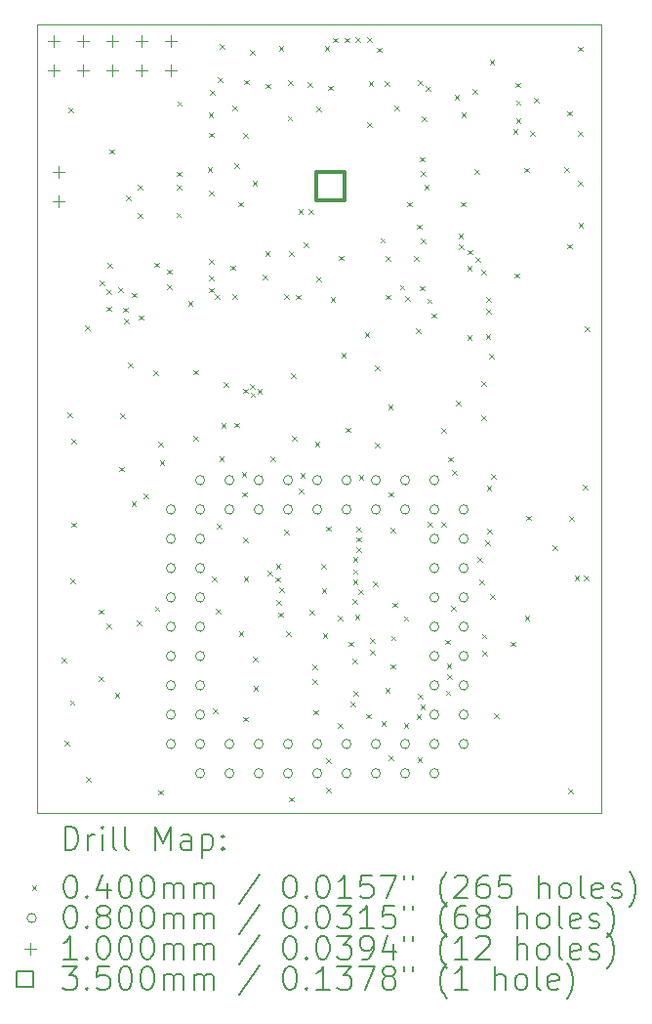
<source format=gbr>
%TF.GenerationSoftware,KiCad,Pcbnew,7.0.1*%
%TF.CreationDate,2023-07-15T13:09:52+01:00*%
%TF.ProjectId,ElectronULA,456c6563-7472-46f6-9e55-4c412e6b6963,rev?*%
%TF.SameCoordinates,Original*%
%TF.FileFunction,Drillmap*%
%TF.FilePolarity,Positive*%
%FSLAX45Y45*%
G04 Gerber Fmt 4.5, Leading zero omitted, Abs format (unit mm)*
G04 Created by KiCad (PCBNEW 7.0.1) date 2023-07-15 13:09:52*
%MOMM*%
%LPD*%
G01*
G04 APERTURE LIST*
%ADD10C,0.050000*%
%ADD11C,0.200000*%
%ADD12C,0.040000*%
%ADD13C,0.080000*%
%ADD14C,0.100000*%
%ADD15C,0.350000*%
G04 APERTURE END LIST*
D10*
X17866170Y-5628370D02*
X17868392Y-12467082D01*
X12970002Y-12467082D02*
X12970320Y-5627100D01*
X17868392Y-12467082D02*
X12970002Y-12467082D01*
X12970320Y-5627100D02*
X17866170Y-5628370D01*
D11*
D12*
X13184444Y-11117646D02*
X13224444Y-11157646D01*
X13224444Y-11117646D02*
X13184444Y-11157646D01*
X13211622Y-11839260D02*
X13251622Y-11879260D01*
X13251622Y-11839260D02*
X13211622Y-11879260D01*
X13237022Y-8990650D02*
X13277022Y-9030650D01*
X13277022Y-8990650D02*
X13237022Y-9030650D01*
X13245404Y-6354130D02*
X13285404Y-6394130D01*
X13285404Y-6354130D02*
X13245404Y-6394130D01*
X13259374Y-11486454D02*
X13299374Y-11526454D01*
X13299374Y-11486454D02*
X13259374Y-11526454D01*
X13263946Y-10429814D02*
X13303946Y-10469814D01*
X13303946Y-10429814D02*
X13263946Y-10469814D01*
X13269534Y-9219758D02*
X13309534Y-9259758D01*
X13309534Y-9219758D02*
X13269534Y-9259758D01*
X13273598Y-9945436D02*
X13313598Y-9985436D01*
X13313598Y-9945436D02*
X13273598Y-9985436D01*
X13391200Y-8237540D02*
X13431200Y-8277540D01*
X13431200Y-8237540D02*
X13391200Y-8277540D01*
X13395264Y-12147870D02*
X13435264Y-12187870D01*
X13435264Y-12147870D02*
X13395264Y-12187870D01*
X13507024Y-11280714D02*
X13547024Y-11320714D01*
X13547024Y-11280714D02*
X13507024Y-11320714D01*
X13507024Y-10697784D02*
X13547024Y-10737784D01*
X13547024Y-10697784D02*
X13507024Y-10737784D01*
X13516426Y-7848200D02*
X13556426Y-7888200D01*
X13556426Y-7848200D02*
X13516426Y-7888200D01*
X13574080Y-10823260D02*
X13614080Y-10863260D01*
X13614080Y-10823260D02*
X13574080Y-10863260D01*
X13576112Y-7928039D02*
X13616112Y-7968039D01*
X13616112Y-7928039D02*
X13576112Y-7968039D01*
X13578377Y-8074748D02*
X13618377Y-8114748D01*
X13618377Y-8074748D02*
X13578377Y-8114748D01*
X13584748Y-7697028D02*
X13624748Y-7737028D01*
X13624748Y-7697028D02*
X13584748Y-7737028D01*
X13601766Y-6710238D02*
X13641766Y-6750238D01*
X13641766Y-6710238D02*
X13601766Y-6750238D01*
X13648756Y-11422700D02*
X13688756Y-11462700D01*
X13688756Y-11422700D02*
X13648756Y-11462700D01*
X13679744Y-7909880D02*
X13719744Y-7949880D01*
X13719744Y-7909880D02*
X13679744Y-7949880D01*
X13684720Y-9462100D02*
X13724720Y-9502100D01*
X13724720Y-9462100D02*
X13684720Y-9502100D01*
X13693720Y-9002100D02*
X13733720Y-9042100D01*
X13733720Y-9002100D02*
X13693720Y-9042100D01*
X13717720Y-8083100D02*
X13757720Y-8123100D01*
X13757720Y-8083100D02*
X13717720Y-8123100D01*
X13726226Y-8181152D02*
X13766226Y-8221152D01*
X13766226Y-8181152D02*
X13726226Y-8221152D01*
X13745773Y-7111599D02*
X13785773Y-7151599D01*
X13785773Y-7111599D02*
X13745773Y-7151599D01*
X13761786Y-8561390D02*
X13801786Y-8601390D01*
X13801786Y-8561390D02*
X13761786Y-8601390D01*
X13791720Y-9764100D02*
X13831720Y-9804100D01*
X13831720Y-9764100D02*
X13791720Y-9804100D01*
X13793720Y-7956100D02*
X13833720Y-7996100D01*
X13833720Y-7956100D02*
X13793720Y-7996100D01*
X13839510Y-10795066D02*
X13879510Y-10835066D01*
X13879510Y-10795066D02*
X13839510Y-10835066D01*
X13845352Y-7019610D02*
X13885352Y-7059610D01*
X13885352Y-7019610D02*
X13845352Y-7059610D01*
X13848654Y-7265990D02*
X13888654Y-7305990D01*
X13888654Y-7265990D02*
X13848654Y-7305990D01*
X13853480Y-8151180D02*
X13893480Y-8191180D01*
X13893480Y-8151180D02*
X13853480Y-8191180D01*
X13896720Y-9696100D02*
X13936720Y-9736100D01*
X13936720Y-9696100D02*
X13896720Y-9736100D01*
X13981720Y-8627100D02*
X14021720Y-8667100D01*
X14021720Y-8627100D02*
X13981720Y-8667100D01*
X13989720Y-7693100D02*
X14029720Y-7733100D01*
X14029720Y-7693100D02*
X13989720Y-7733100D01*
X13995466Y-10673654D02*
X14035466Y-10713654D01*
X14035466Y-10673654D02*
X13995466Y-10713654D01*
X14025692Y-9245666D02*
X14065692Y-9285666D01*
X14065692Y-9245666D02*
X14025692Y-9285666D01*
X14026962Y-12265218D02*
X14066962Y-12305218D01*
X14066962Y-12265218D02*
X14026962Y-12305218D01*
X14036614Y-9407210D02*
X14076614Y-9447210D01*
X14076614Y-9407210D02*
X14036614Y-9447210D01*
X14101720Y-7881100D02*
X14141720Y-7921100D01*
X14141720Y-7881100D02*
X14101720Y-7921100D01*
X14103720Y-7753100D02*
X14143720Y-7793100D01*
X14143720Y-7753100D02*
X14103720Y-7793100D01*
X14180722Y-7262291D02*
X14220722Y-7302291D01*
X14220722Y-7262291D02*
X14180722Y-7302291D01*
X14186220Y-7017070D02*
X14226220Y-7057070D01*
X14226220Y-7017070D02*
X14186220Y-7057070D01*
X14186728Y-6905818D02*
X14226728Y-6945818D01*
X14226728Y-6905818D02*
X14186728Y-6945818D01*
X14190538Y-6295964D02*
X14230538Y-6335964D01*
X14230538Y-6295964D02*
X14190538Y-6335964D01*
X14283720Y-8030100D02*
X14323720Y-8070100D01*
X14323720Y-8030100D02*
X14283720Y-8070100D01*
X14326720Y-9194756D02*
X14366720Y-9234756D01*
X14366720Y-9194756D02*
X14326720Y-9234756D01*
X14327720Y-8624756D02*
X14367720Y-8664756D01*
X14367720Y-8624756D02*
X14327720Y-8664756D01*
X14452920Y-6867464D02*
X14492920Y-6907464D01*
X14492920Y-6867464D02*
X14452920Y-6907464D01*
X14460720Y-6392100D02*
X14500720Y-6432100D01*
X14500720Y-6392100D02*
X14460720Y-6432100D01*
X14463080Y-7068124D02*
X14503080Y-7108124D01*
X14503080Y-7068124D02*
X14463080Y-7108124D01*
X14466128Y-7665278D02*
X14506128Y-7705278D01*
X14506128Y-7665278D02*
X14466128Y-7705278D01*
X14466128Y-7913182D02*
X14506128Y-7953182D01*
X14506128Y-7913182D02*
X14466128Y-7953182D01*
X14466636Y-6565966D02*
X14506636Y-6605966D01*
X14506636Y-6565966D02*
X14466636Y-6605966D01*
X14467144Y-7810058D02*
X14507144Y-7850058D01*
X14507144Y-7810058D02*
X14467144Y-7850058D01*
X14470720Y-6198100D02*
X14510720Y-6238100D01*
X14510720Y-6198100D02*
X14470720Y-6238100D01*
X14487972Y-10415844D02*
X14527972Y-10455844D01*
X14527972Y-10415844D02*
X14487972Y-10455844D01*
X14501180Y-11561130D02*
X14541180Y-11601130D01*
X14541180Y-11561130D02*
X14501180Y-11601130D01*
X14513626Y-7968808D02*
X14553626Y-8008808D01*
X14553626Y-7968808D02*
X14513626Y-8008808D01*
X14526720Y-10694151D02*
X14566720Y-10734151D01*
X14566720Y-10694151D02*
X14526720Y-10734151D01*
X14530574Y-9958176D02*
X14570574Y-9998176D01*
X14570574Y-9958176D02*
X14530574Y-9998176D01*
X14543720Y-6088100D02*
X14583720Y-6128100D01*
X14583720Y-6088100D02*
X14543720Y-6128100D01*
X14554012Y-9374952D02*
X14594012Y-9414952D01*
X14594012Y-9374952D02*
X14554012Y-9414952D01*
X14556044Y-5803458D02*
X14596044Y-5843458D01*
X14596044Y-5803458D02*
X14556044Y-5843458D01*
X14569694Y-9088716D02*
X14609694Y-9128716D01*
X14609694Y-9088716D02*
X14569694Y-9128716D01*
X14590720Y-8730100D02*
X14630720Y-8770100D01*
X14630720Y-8730100D02*
X14590720Y-8770100D01*
X14653072Y-7718618D02*
X14693072Y-7758618D01*
X14693072Y-7718618D02*
X14653072Y-7758618D01*
X14665772Y-6333302D02*
X14705772Y-6373302D01*
X14705772Y-6333302D02*
X14665772Y-6373302D01*
X14668312Y-7968808D02*
X14708312Y-8008808D01*
X14708312Y-7968808D02*
X14668312Y-8008808D01*
X14684720Y-9081756D02*
X14724720Y-9121756D01*
X14724720Y-9081756D02*
X14684720Y-9121756D01*
X14686854Y-6833174D02*
X14726854Y-6873174D01*
X14726854Y-6833174D02*
X14686854Y-6873174D01*
X14719366Y-7168708D02*
X14759366Y-7208708D01*
X14759366Y-7168708D02*
X14719366Y-7208708D01*
X14723176Y-10887776D02*
X14763176Y-10927776D01*
X14763176Y-10887776D02*
X14723176Y-10927776D01*
X14748720Y-9508100D02*
X14788720Y-9548100D01*
X14788720Y-9508100D02*
X14748720Y-9548100D01*
X14750720Y-9682100D02*
X14790720Y-9722100D01*
X14790720Y-9682100D02*
X14750720Y-9722100D01*
X14759498Y-6568760D02*
X14799498Y-6608760D01*
X14799498Y-6568760D02*
X14759498Y-6608760D01*
X14759720Y-10074100D02*
X14799720Y-10114100D01*
X14799720Y-10074100D02*
X14759720Y-10114100D01*
X14762720Y-11630100D02*
X14802720Y-11670100D01*
X14802720Y-11630100D02*
X14762720Y-11670100D01*
X14763720Y-8786100D02*
X14803720Y-8826100D01*
X14803720Y-8786100D02*
X14763720Y-8826100D01*
X14764720Y-10417100D02*
X14804720Y-10457100D01*
X14804720Y-10417100D02*
X14764720Y-10457100D01*
X14768896Y-6109274D02*
X14808896Y-6149274D01*
X14808896Y-6109274D02*
X14768896Y-6149274D01*
X14818082Y-5853128D02*
X14858082Y-5893128D01*
X14858082Y-5853128D02*
X14818082Y-5893128D01*
X14822720Y-8750100D02*
X14862720Y-8790100D01*
X14862720Y-8750100D02*
X14822720Y-8790100D01*
X14823720Y-8819100D02*
X14863720Y-8859100D01*
X14863720Y-8819100D02*
X14823720Y-8859100D01*
X14842556Y-6985066D02*
X14882556Y-7025066D01*
X14882556Y-6985066D02*
X14842556Y-7025066D01*
X14846720Y-11111100D02*
X14886720Y-11151100D01*
X14886720Y-11111100D02*
X14846720Y-11151100D01*
X14849160Y-11364788D02*
X14889160Y-11404788D01*
X14889160Y-11364788D02*
X14849160Y-11404788D01*
X14884720Y-8787100D02*
X14924720Y-8827100D01*
X14924720Y-8787100D02*
X14884720Y-8827100D01*
X14932218Y-7801422D02*
X14972218Y-7841422D01*
X14972218Y-7801422D02*
X14932218Y-7841422D01*
X14951522Y-7594920D02*
X14991522Y-7634920D01*
X14991522Y-7594920D02*
X14951522Y-7634920D01*
X14957872Y-6144456D02*
X14997872Y-6184456D01*
X14997872Y-6144456D02*
X14957872Y-6184456D01*
X14973818Y-10361516D02*
X15013818Y-10401516D01*
X15013818Y-10361516D02*
X14973818Y-10401516D01*
X14996734Y-9373936D02*
X15036734Y-9413936D01*
X15036734Y-9373936D02*
X14996734Y-9413936D01*
X15043087Y-10419604D02*
X15083087Y-10459604D01*
X15083087Y-10419604D02*
X15043087Y-10459604D01*
X15045176Y-10306015D02*
X15085176Y-10346015D01*
X15085176Y-10306015D02*
X15045176Y-10346015D01*
X15049312Y-10617012D02*
X15089312Y-10657012D01*
X15089312Y-10617012D02*
X15049312Y-10657012D01*
X15066076Y-10724099D02*
X15106076Y-10764099D01*
X15106076Y-10724099D02*
X15066076Y-10764099D01*
X15069378Y-5816666D02*
X15109378Y-5856666D01*
X15109378Y-5816666D02*
X15069378Y-5856666D01*
X15077545Y-10509567D02*
X15117545Y-10549567D01*
X15117545Y-10509567D02*
X15077545Y-10549567D01*
X15115606Y-10008428D02*
X15155606Y-10048428D01*
X15155606Y-10008428D02*
X15115606Y-10048428D01*
X15118400Y-7970332D02*
X15158400Y-8010332D01*
X15158400Y-7970332D02*
X15118400Y-8010332D01*
X15133894Y-10890062D02*
X15173894Y-10930062D01*
X15173894Y-10890062D02*
X15133894Y-10930062D01*
X15147356Y-6423980D02*
X15187356Y-6463980D01*
X15187356Y-6423980D02*
X15147356Y-6463980D01*
X15151928Y-6112830D02*
X15191928Y-6152830D01*
X15191928Y-6112830D02*
X15151928Y-6152830D01*
X15157770Y-7593396D02*
X15197770Y-7633396D01*
X15197770Y-7593396D02*
X15157770Y-7633396D01*
X15158024Y-12324146D02*
X15198024Y-12364146D01*
X15198024Y-12324146D02*
X15158024Y-12364146D01*
X15178090Y-8654354D02*
X15218090Y-8694354D01*
X15218090Y-8654354D02*
X15178090Y-8694354D01*
X15185456Y-9194358D02*
X15225456Y-9234358D01*
X15225456Y-9194358D02*
X15185456Y-9234358D01*
X15216698Y-7971856D02*
X15256698Y-8011856D01*
X15256698Y-7971856D02*
X15216698Y-8011856D01*
X15239304Y-7230684D02*
X15279304Y-7270684D01*
X15279304Y-7230684D02*
X15239304Y-7270684D01*
X15243876Y-9651812D02*
X15283876Y-9691812D01*
X15283876Y-9651812D02*
X15243876Y-9691812D01*
X15255720Y-9516100D02*
X15295720Y-9556100D01*
X15295720Y-9516100D02*
X15255720Y-9556100D01*
X15283500Y-7521260D02*
X15323500Y-7561260D01*
X15323500Y-7521260D02*
X15283500Y-7561260D01*
X15321854Y-6129340D02*
X15361854Y-6169340D01*
X15361854Y-6129340D02*
X15321854Y-6169340D01*
X15325664Y-7230684D02*
X15365664Y-7270684D01*
X15365664Y-7230684D02*
X15325664Y-7270684D01*
X15334720Y-10700100D02*
X15374720Y-10740100D01*
X15374720Y-10700100D02*
X15334720Y-10740100D01*
X15364720Y-11303100D02*
X15404720Y-11343100D01*
X15404720Y-11303100D02*
X15364720Y-11343100D01*
X15365288Y-11177082D02*
X15405288Y-11217082D01*
X15405288Y-11177082D02*
X15365288Y-11217082D01*
X15372720Y-11571100D02*
X15412720Y-11611100D01*
X15412720Y-11571100D02*
X15372720Y-11611100D01*
X15383322Y-9244142D02*
X15423322Y-9284142D01*
X15423322Y-9244142D02*
X15383322Y-9284142D01*
X15397292Y-7818694D02*
X15437292Y-7858694D01*
X15437292Y-7818694D02*
X15397292Y-7858694D01*
X15399324Y-6339906D02*
X15439324Y-6379906D01*
X15439324Y-6339906D02*
X15399324Y-6379906D01*
X15440980Y-10303068D02*
X15480980Y-10343068D01*
X15480980Y-10303068D02*
X15440980Y-10343068D01*
X15443774Y-10519476D02*
X15483774Y-10559476D01*
X15483774Y-10519476D02*
X15443774Y-10559476D01*
X15451720Y-10908100D02*
X15491720Y-10948100D01*
X15491720Y-10908100D02*
X15451720Y-10948100D01*
X15469428Y-5816412D02*
X15509428Y-5856412D01*
X15509428Y-5816412D02*
X15469428Y-5856412D01*
X15478318Y-12244390D02*
X15518318Y-12284390D01*
X15518318Y-12244390D02*
X15478318Y-12284390D01*
X15481840Y-11990932D02*
X15521840Y-12030932D01*
X15521840Y-11990932D02*
X15481840Y-12030932D01*
X15483652Y-9978964D02*
X15523652Y-10018964D01*
X15523652Y-9978964D02*
X15483652Y-10018964D01*
X15498892Y-6160204D02*
X15538892Y-6200204D01*
X15538892Y-6160204D02*
X15498892Y-6200204D01*
X15517942Y-7992430D02*
X15557942Y-8032430D01*
X15557942Y-7992430D02*
X15517942Y-8032430D01*
X15540294Y-5745546D02*
X15580294Y-5785546D01*
X15580294Y-5745546D02*
X15540294Y-5785546D01*
X15581696Y-11688130D02*
X15621696Y-11728130D01*
X15621696Y-11688130D02*
X15581696Y-11728130D01*
X15583474Y-10755696D02*
X15623474Y-10795696D01*
X15623474Y-10755696D02*
X15583474Y-10795696D01*
X15588808Y-7634036D02*
X15628808Y-7674036D01*
X15628808Y-7634036D02*
X15588808Y-7674036D01*
X15611720Y-8478100D02*
X15651720Y-8518100D01*
X15651720Y-8478100D02*
X15611720Y-8518100D01*
X15639100Y-5745546D02*
X15679100Y-5785546D01*
X15679100Y-5745546D02*
X15639100Y-5785546D01*
X15650530Y-9124508D02*
X15690530Y-9164508D01*
X15690530Y-9124508D02*
X15650530Y-9164508D01*
X15677619Y-10978006D02*
X15717619Y-11018006D01*
X15717619Y-10978006D02*
X15677619Y-11018006D01*
X15693945Y-11501153D02*
X15733945Y-11541153D01*
X15733945Y-11501153D02*
X15693945Y-11541153D01*
X15708054Y-10609650D02*
X15748054Y-10649650D01*
X15748054Y-10609650D02*
X15708054Y-10649650D01*
X15708950Y-11128060D02*
X15748950Y-11168060D01*
X15748950Y-11128060D02*
X15708950Y-11168060D01*
X15713647Y-10352644D02*
X15753647Y-10392644D01*
X15753647Y-10352644D02*
X15713647Y-10392644D01*
X15713647Y-10443044D02*
X15753647Y-10483044D01*
X15753647Y-10443044D02*
X15713647Y-10483044D01*
X15713756Y-10248282D02*
X15753756Y-10288282D01*
X15753756Y-10248282D02*
X15713756Y-10288282D01*
X15720888Y-11406952D02*
X15760888Y-11446952D01*
X15760888Y-11406952D02*
X15720888Y-11446952D01*
X15731810Y-10747568D02*
X15771810Y-10787568D01*
X15771810Y-10747568D02*
X15731810Y-10787568D01*
X15735112Y-5741482D02*
X15775112Y-5781482D01*
X15775112Y-5741482D02*
X15735112Y-5781482D01*
X15743979Y-10162206D02*
X15783979Y-10202206D01*
X15783979Y-10162206D02*
X15743979Y-10202206D01*
X15744625Y-9981418D02*
X15784625Y-10021418D01*
X15784625Y-9981418D02*
X15744625Y-10021418D01*
X15745372Y-10071816D02*
X15785372Y-10111816D01*
X15785372Y-10071816D02*
X15745372Y-10111816D01*
X15763052Y-10527858D02*
X15803052Y-10567858D01*
X15803052Y-10527858D02*
X15763052Y-10567858D01*
X15765720Y-9532100D02*
X15805720Y-9572100D01*
X15805720Y-9532100D02*
X15765720Y-9572100D01*
X15814720Y-8296100D02*
X15854720Y-8336100D01*
X15854720Y-8296100D02*
X15814720Y-8336100D01*
X15827314Y-11604310D02*
X15867314Y-11644310D01*
X15867314Y-11604310D02*
X15827314Y-11644310D01*
X15835188Y-5742498D02*
X15875188Y-5782498D01*
X15875188Y-5742498D02*
X15835188Y-5782498D01*
X15835720Y-6476100D02*
X15875720Y-6516100D01*
X15875720Y-6476100D02*
X15835720Y-6516100D01*
X15849720Y-6121100D02*
X15889720Y-6161100D01*
X15889720Y-6121100D02*
X15849720Y-6161100D01*
X15859318Y-10948736D02*
X15899318Y-10988736D01*
X15899318Y-10948736D02*
X15859318Y-10988736D01*
X15860334Y-11048812D02*
X15900334Y-11088812D01*
X15900334Y-11048812D02*
X15860334Y-11088812D01*
X15886619Y-10459624D02*
X15926619Y-10499624D01*
X15926619Y-10459624D02*
X15886619Y-10499624D01*
X15904530Y-8588568D02*
X15944530Y-8628568D01*
X15944530Y-8588568D02*
X15904530Y-8628568D01*
X15904720Y-9258100D02*
X15944720Y-9298100D01*
X15944720Y-9258100D02*
X15904720Y-9298100D01*
X15919770Y-5830636D02*
X15959770Y-5870636D01*
X15959770Y-5830636D02*
X15919770Y-5870636D01*
X15951774Y-7482398D02*
X15991774Y-7522398D01*
X15991774Y-7482398D02*
X15951774Y-7522398D01*
X15958378Y-11671112D02*
X15998378Y-11711112D01*
X15998378Y-11671112D02*
X15958378Y-11711112D01*
X15987720Y-6121100D02*
X16027720Y-6161100D01*
X16027720Y-6121100D02*
X15987720Y-6161100D01*
X15993684Y-11380536D02*
X16033684Y-11420536D01*
X16033684Y-11380536D02*
X15993684Y-11420536D01*
X15998256Y-7636322D02*
X16038256Y-7676322D01*
X16038256Y-7636322D02*
X15998256Y-7676322D01*
X16000034Y-7973126D02*
X16040034Y-8013126D01*
X16040034Y-7973126D02*
X16000034Y-8013126D01*
X16017720Y-8926100D02*
X16057720Y-8966100D01*
X16057720Y-8926100D02*
X16017720Y-8966100D01*
X16021878Y-11966768D02*
X16061878Y-12006768D01*
X16061878Y-11966768D02*
X16021878Y-12006768D01*
X16022720Y-9682100D02*
X16062720Y-9722100D01*
X16062720Y-9682100D02*
X16022720Y-9722100D01*
X16038388Y-11172256D02*
X16078388Y-11212256D01*
X16078388Y-11172256D02*
X16038388Y-11212256D01*
X16040720Y-9993100D02*
X16080720Y-10033100D01*
X16080720Y-9993100D02*
X16040720Y-10033100D01*
X16044040Y-10927204D02*
X16084040Y-10967204D01*
X16084040Y-10927204D02*
X16044040Y-10967204D01*
X16055152Y-10640634D02*
X16095152Y-10680634D01*
X16095152Y-10640634D02*
X16055152Y-10680634D01*
X16072678Y-6334572D02*
X16112678Y-6374572D01*
X16112678Y-6334572D02*
X16072678Y-6374572D01*
X16119414Y-7888290D02*
X16159414Y-7928290D01*
X16159414Y-7888290D02*
X16119414Y-7928290D01*
X16153450Y-11688130D02*
X16193450Y-11728130D01*
X16193450Y-11688130D02*
X16153450Y-11728130D01*
X16153704Y-10757474D02*
X16193704Y-10797474D01*
X16193704Y-10757474D02*
X16153704Y-10797474D01*
X16168182Y-7982524D02*
X16208182Y-8022524D01*
X16208182Y-7982524D02*
X16168182Y-8022524D01*
X16182660Y-7168708D02*
X16222660Y-7208708D01*
X16222660Y-7168708D02*
X16182660Y-7208708D01*
X16244128Y-7639370D02*
X16284128Y-7679370D01*
X16284128Y-7639370D02*
X16244128Y-7679370D01*
X16262924Y-8266242D02*
X16302924Y-8306242D01*
X16302924Y-8266242D02*
X16262924Y-8306242D01*
X16264956Y-11610660D02*
X16304956Y-11650660D01*
X16304956Y-11610660D02*
X16264956Y-11650660D01*
X16270544Y-7362002D02*
X16310544Y-7402002D01*
X16310544Y-7362002D02*
X16270544Y-7402002D01*
X16273592Y-11979214D02*
X16313592Y-12019214D01*
X16313592Y-11979214D02*
X16273592Y-12019214D01*
X16274221Y-6113100D02*
X16314221Y-6153100D01*
X16314221Y-6113100D02*
X16274221Y-6153100D01*
X16276640Y-11432860D02*
X16316640Y-11472860D01*
X16316640Y-11432860D02*
X16276640Y-11472860D01*
X16292134Y-6777802D02*
X16332134Y-6817802D01*
X16332134Y-6777802D02*
X16292134Y-6817802D01*
X16292134Y-7895402D02*
X16332134Y-7935402D01*
X16332134Y-7895402D02*
X16292134Y-7935402D01*
X16296960Y-11523284D02*
X16336960Y-11563284D01*
X16336960Y-11523284D02*
X16296960Y-11563284D01*
X16303818Y-6900738D02*
X16343818Y-6940738D01*
X16343818Y-6900738D02*
X16303818Y-6940738D01*
X16304072Y-7483160D02*
X16344072Y-7523160D01*
X16344072Y-7483160D02*
X16304072Y-7523160D01*
X16309152Y-6424996D02*
X16349152Y-6464996D01*
X16349152Y-6424996D02*
X16309152Y-6464996D01*
X16331250Y-7019356D02*
X16371250Y-7059356D01*
X16371250Y-7019356D02*
X16331250Y-7059356D01*
X16343720Y-6167100D02*
X16383720Y-6207100D01*
X16383720Y-6167100D02*
X16343720Y-6207100D01*
X16357412Y-8006146D02*
X16397412Y-8046146D01*
X16397412Y-8006146D02*
X16357412Y-8046146D01*
X16361222Y-9939340D02*
X16401222Y-9979340D01*
X16401222Y-9939340D02*
X16361222Y-9979340D01*
X16397544Y-8133654D02*
X16437544Y-8173654D01*
X16437544Y-8133654D02*
X16397544Y-8173654D01*
X16479078Y-9938070D02*
X16519078Y-9978070D01*
X16519078Y-9938070D02*
X16479078Y-9978070D01*
X16479332Y-9130604D02*
X16519332Y-9170604D01*
X16519332Y-9130604D02*
X16479332Y-9170604D01*
X16516162Y-10960928D02*
X16556162Y-11000928D01*
X16556162Y-10960928D02*
X16516162Y-11000928D01*
X16517940Y-11400727D02*
X16557940Y-11440727D01*
X16557940Y-11400727D02*
X16517940Y-11440727D01*
X16526576Y-11167684D02*
X16566576Y-11207684D01*
X16566576Y-11167684D02*
X16526576Y-11207684D01*
X16528100Y-11260140D02*
X16568100Y-11300140D01*
X16568100Y-11260140D02*
X16528100Y-11300140D01*
X16539784Y-9378762D02*
X16579784Y-9418762D01*
X16579784Y-9378762D02*
X16539784Y-9418762D01*
X16561920Y-10671622D02*
X16601920Y-10711622D01*
X16601920Y-10671622D02*
X16561920Y-10711622D01*
X16570420Y-9493900D02*
X16610420Y-9533900D01*
X16610420Y-9493900D02*
X16570420Y-9533900D01*
X16594420Y-6238300D02*
X16634420Y-6278300D01*
X16634420Y-6238300D02*
X16594420Y-6278300D01*
X16606332Y-8892352D02*
X16646332Y-8932352D01*
X16646332Y-8892352D02*
X16606332Y-8932352D01*
X16627668Y-7444044D02*
X16667668Y-7484044D01*
X16667668Y-7444044D02*
X16627668Y-7484044D01*
X16630208Y-7534468D02*
X16670208Y-7574468D01*
X16670208Y-7534468D02*
X16630208Y-7574468D01*
X16649870Y-7168708D02*
X16689870Y-7208708D01*
X16689870Y-7168708D02*
X16649870Y-7208708D01*
X16654592Y-6392230D02*
X16694592Y-6432230D01*
X16694592Y-6392230D02*
X16654592Y-6432230D01*
X16704884Y-7722601D02*
X16744884Y-7762601D01*
X16744884Y-7722601D02*
X16704884Y-7762601D01*
X16705392Y-8321614D02*
X16745392Y-8361614D01*
X16745392Y-8321614D02*
X16705392Y-8361614D01*
X16710472Y-7583744D02*
X16750472Y-7623744D01*
X16750472Y-7583744D02*
X16710472Y-7623744D01*
X16752636Y-6189792D02*
X16792636Y-6229792D01*
X16792636Y-6189792D02*
X16752636Y-6229792D01*
X16768638Y-6882450D02*
X16808638Y-6922450D01*
X16808638Y-6882450D02*
X16768638Y-6922450D01*
X16776004Y-7646736D02*
X16816004Y-7686736D01*
X16816004Y-7646736D02*
X16776004Y-7686736D01*
X16793320Y-10243800D02*
X16833320Y-10283800D01*
X16833320Y-10243800D02*
X16793320Y-10283800D01*
X16808320Y-10441300D02*
X16848320Y-10481300D01*
X16848320Y-10441300D02*
X16808320Y-10481300D01*
X16824570Y-9020622D02*
X16864570Y-9060622D01*
X16864570Y-9020622D02*
X16824570Y-9060622D01*
X16825026Y-8724204D02*
X16865026Y-8764204D01*
X16865026Y-8724204D02*
X16825026Y-8764204D01*
X16827312Y-7754940D02*
X16867312Y-7794940D01*
X16867312Y-7754940D02*
X16827312Y-7794940D01*
X16832459Y-10911082D02*
X16872459Y-10951082D01*
X16872459Y-10911082D02*
X16832459Y-10951082D01*
X16833662Y-11060750D02*
X16873662Y-11100750D01*
X16873662Y-11060750D02*
X16833662Y-11100750D01*
X16859720Y-10104400D02*
X16899720Y-10144400D01*
X16899720Y-10104400D02*
X16859720Y-10144400D01*
X16865158Y-8314248D02*
X16905158Y-8354248D01*
X16905158Y-8314248D02*
X16865158Y-8354248D01*
X16866682Y-7994716D02*
X16906682Y-8034716D01*
X16906682Y-7994716D02*
X16866682Y-8034716D01*
X16870238Y-8097078D02*
X16910238Y-8137078D01*
X16910238Y-8097078D02*
X16870238Y-8137078D01*
X16873620Y-9626000D02*
X16913620Y-9666000D01*
X16913620Y-9626000D02*
X16873620Y-9666000D01*
X16877620Y-9997300D02*
X16917620Y-10037300D01*
X16917620Y-9997300D02*
X16877620Y-10037300D01*
X16894114Y-8485444D02*
X16934114Y-8525444D01*
X16934114Y-8485444D02*
X16894114Y-8525444D01*
X16898432Y-5936300D02*
X16938432Y-5976300D01*
X16938432Y-5936300D02*
X16898432Y-5976300D01*
X16903220Y-10566800D02*
X16943220Y-10606800D01*
X16943220Y-10566800D02*
X16903220Y-10606800D01*
X16913420Y-9527500D02*
X16953420Y-9567500D01*
X16953420Y-9527500D02*
X16913420Y-9567500D01*
X16940020Y-11601900D02*
X16980020Y-11641900D01*
X16980020Y-11601900D02*
X16940020Y-11641900D01*
X17079020Y-10977100D02*
X17119020Y-11017100D01*
X17119020Y-10977100D02*
X17079020Y-11017100D01*
X17102648Y-6535232D02*
X17142648Y-6575232D01*
X17142648Y-6535232D02*
X17102648Y-6575232D01*
X17114520Y-7785200D02*
X17154520Y-7825200D01*
X17154520Y-7785200D02*
X17114520Y-7825200D01*
X17123476Y-6135436D02*
X17163476Y-6175436D01*
X17163476Y-6135436D02*
X17123476Y-6175436D01*
X17127540Y-6288852D02*
X17167540Y-6328852D01*
X17167540Y-6288852D02*
X17127540Y-6328852D01*
X17128556Y-6443284D02*
X17168556Y-6483284D01*
X17168556Y-6443284D02*
X17128556Y-6483284D01*
X17201708Y-6872036D02*
X17241708Y-6912036D01*
X17241708Y-6872036D02*
X17201708Y-6912036D01*
X17202820Y-10753100D02*
X17242820Y-10793100D01*
X17242820Y-10753100D02*
X17202820Y-10793100D01*
X17214620Y-9885700D02*
X17254620Y-9925700D01*
X17254620Y-9885700D02*
X17214620Y-9925700D01*
X17247936Y-6554359D02*
X17287936Y-6594359D01*
X17287936Y-6554359D02*
X17247936Y-6594359D01*
X17284512Y-6269548D02*
X17324512Y-6309548D01*
X17324512Y-6269548D02*
X17284512Y-6309548D01*
X17444020Y-10145100D02*
X17484020Y-10185100D01*
X17484020Y-10145100D02*
X17444020Y-10185100D01*
X17549688Y-6868988D02*
X17589688Y-6908988D01*
X17589688Y-6868988D02*
X17549688Y-6908988D01*
X17572294Y-6381562D02*
X17612294Y-6421562D01*
X17612294Y-6381562D02*
X17572294Y-6421562D01*
X17573564Y-7533452D02*
X17613564Y-7573452D01*
X17613564Y-7533452D02*
X17573564Y-7573452D01*
X17583220Y-12252800D02*
X17623220Y-12292800D01*
X17623220Y-12252800D02*
X17583220Y-12292800D01*
X17589120Y-9888800D02*
X17629120Y-9928800D01*
X17629120Y-9888800D02*
X17589120Y-9928800D01*
X17635620Y-10407000D02*
X17675620Y-10447000D01*
X17675620Y-10407000D02*
X17635620Y-10447000D01*
X17664496Y-5822508D02*
X17704496Y-5862508D01*
X17704496Y-5822508D02*
X17664496Y-5862508D01*
X17667036Y-6987860D02*
X17707036Y-7027860D01*
X17707036Y-6987860D02*
X17667036Y-7027860D01*
X17667544Y-6554359D02*
X17707544Y-6594359D01*
X17707544Y-6554359D02*
X17667544Y-6594359D01*
X17669068Y-7352096D02*
X17709068Y-7392096D01*
X17709068Y-7352096D02*
X17669068Y-7392096D01*
X17709020Y-9617600D02*
X17749020Y-9657600D01*
X17749020Y-9617600D02*
X17709020Y-9657600D01*
X17716420Y-10407000D02*
X17756420Y-10447000D01*
X17756420Y-10407000D02*
X17716420Y-10447000D01*
X17723920Y-8247300D02*
X17763920Y-8287300D01*
X17763920Y-8247300D02*
X17723920Y-8287300D01*
D13*
X14173830Y-9833610D02*
G75*
G03*
X14173830Y-9833610I-40000J0D01*
G01*
X14173830Y-10087610D02*
G75*
G03*
X14173830Y-10087610I-40000J0D01*
G01*
X14173830Y-10341610D02*
G75*
G03*
X14173830Y-10341610I-40000J0D01*
G01*
X14173830Y-10595610D02*
G75*
G03*
X14173830Y-10595610I-40000J0D01*
G01*
X14173830Y-10849610D02*
G75*
G03*
X14173830Y-10849610I-40000J0D01*
G01*
X14173830Y-11103610D02*
G75*
G03*
X14173830Y-11103610I-40000J0D01*
G01*
X14173830Y-11357610D02*
G75*
G03*
X14173830Y-11357610I-40000J0D01*
G01*
X14173830Y-11611610D02*
G75*
G03*
X14173830Y-11611610I-40000J0D01*
G01*
X14173830Y-11865610D02*
G75*
G03*
X14173830Y-11865610I-40000J0D01*
G01*
X14427830Y-9579610D02*
G75*
G03*
X14427830Y-9579610I-40000J0D01*
G01*
X14427830Y-9833610D02*
G75*
G03*
X14427830Y-9833610I-40000J0D01*
G01*
X14427830Y-10087610D02*
G75*
G03*
X14427830Y-10087610I-40000J0D01*
G01*
X14427830Y-10341610D02*
G75*
G03*
X14427830Y-10341610I-40000J0D01*
G01*
X14427830Y-10595610D02*
G75*
G03*
X14427830Y-10595610I-40000J0D01*
G01*
X14427830Y-10849610D02*
G75*
G03*
X14427830Y-10849610I-40000J0D01*
G01*
X14427830Y-11103610D02*
G75*
G03*
X14427830Y-11103610I-40000J0D01*
G01*
X14427830Y-11357610D02*
G75*
G03*
X14427830Y-11357610I-40000J0D01*
G01*
X14427830Y-11611610D02*
G75*
G03*
X14427830Y-11611610I-40000J0D01*
G01*
X14427830Y-11865610D02*
G75*
G03*
X14427830Y-11865610I-40000J0D01*
G01*
X14427830Y-12119610D02*
G75*
G03*
X14427830Y-12119610I-40000J0D01*
G01*
X14681830Y-9579610D02*
G75*
G03*
X14681830Y-9579610I-40000J0D01*
G01*
X14681830Y-9833610D02*
G75*
G03*
X14681830Y-9833610I-40000J0D01*
G01*
X14681830Y-11865610D02*
G75*
G03*
X14681830Y-11865610I-40000J0D01*
G01*
X14681830Y-12119610D02*
G75*
G03*
X14681830Y-12119610I-40000J0D01*
G01*
X14935830Y-9579610D02*
G75*
G03*
X14935830Y-9579610I-40000J0D01*
G01*
X14935830Y-9833610D02*
G75*
G03*
X14935830Y-9833610I-40000J0D01*
G01*
X14935830Y-11865610D02*
G75*
G03*
X14935830Y-11865610I-40000J0D01*
G01*
X14935830Y-12119610D02*
G75*
G03*
X14935830Y-12119610I-40000J0D01*
G01*
X15189830Y-9579610D02*
G75*
G03*
X15189830Y-9579610I-40000J0D01*
G01*
X15189830Y-9833610D02*
G75*
G03*
X15189830Y-9833610I-40000J0D01*
G01*
X15189830Y-11865610D02*
G75*
G03*
X15189830Y-11865610I-40000J0D01*
G01*
X15189830Y-12119610D02*
G75*
G03*
X15189830Y-12119610I-40000J0D01*
G01*
X15443830Y-9579610D02*
G75*
G03*
X15443830Y-9579610I-40000J0D01*
G01*
X15443830Y-9833610D02*
G75*
G03*
X15443830Y-9833610I-40000J0D01*
G01*
X15443830Y-11865610D02*
G75*
G03*
X15443830Y-11865610I-40000J0D01*
G01*
X15443830Y-12119610D02*
G75*
G03*
X15443830Y-12119610I-40000J0D01*
G01*
X15697830Y-9579610D02*
G75*
G03*
X15697830Y-9579610I-40000J0D01*
G01*
X15697830Y-9833610D02*
G75*
G03*
X15697830Y-9833610I-40000J0D01*
G01*
X15697830Y-11865610D02*
G75*
G03*
X15697830Y-11865610I-40000J0D01*
G01*
X15697830Y-12119610D02*
G75*
G03*
X15697830Y-12119610I-40000J0D01*
G01*
X15951830Y-9579610D02*
G75*
G03*
X15951830Y-9579610I-40000J0D01*
G01*
X15951830Y-9833610D02*
G75*
G03*
X15951830Y-9833610I-40000J0D01*
G01*
X15951830Y-11865610D02*
G75*
G03*
X15951830Y-11865610I-40000J0D01*
G01*
X15951830Y-12119610D02*
G75*
G03*
X15951830Y-12119610I-40000J0D01*
G01*
X16205830Y-9579610D02*
G75*
G03*
X16205830Y-9579610I-40000J0D01*
G01*
X16205830Y-9833610D02*
G75*
G03*
X16205830Y-9833610I-40000J0D01*
G01*
X16205830Y-11865610D02*
G75*
G03*
X16205830Y-11865610I-40000J0D01*
G01*
X16205830Y-12119610D02*
G75*
G03*
X16205830Y-12119610I-40000J0D01*
G01*
X16459830Y-9579610D02*
G75*
G03*
X16459830Y-9579610I-40000J0D01*
G01*
X16459830Y-9833610D02*
G75*
G03*
X16459830Y-9833610I-40000J0D01*
G01*
X16459830Y-10087610D02*
G75*
G03*
X16459830Y-10087610I-40000J0D01*
G01*
X16459830Y-10341610D02*
G75*
G03*
X16459830Y-10341610I-40000J0D01*
G01*
X16459830Y-10595610D02*
G75*
G03*
X16459830Y-10595610I-40000J0D01*
G01*
X16459830Y-10849610D02*
G75*
G03*
X16459830Y-10849610I-40000J0D01*
G01*
X16459830Y-11103610D02*
G75*
G03*
X16459830Y-11103610I-40000J0D01*
G01*
X16459830Y-11357610D02*
G75*
G03*
X16459830Y-11357610I-40000J0D01*
G01*
X16459830Y-11611610D02*
G75*
G03*
X16459830Y-11611610I-40000J0D01*
G01*
X16459830Y-11865610D02*
G75*
G03*
X16459830Y-11865610I-40000J0D01*
G01*
X16459830Y-12119610D02*
G75*
G03*
X16459830Y-12119610I-40000J0D01*
G01*
X16713830Y-9833610D02*
G75*
G03*
X16713830Y-9833610I-40000J0D01*
G01*
X16713830Y-10087610D02*
G75*
G03*
X16713830Y-10087610I-40000J0D01*
G01*
X16713830Y-10341610D02*
G75*
G03*
X16713830Y-10341610I-40000J0D01*
G01*
X16713830Y-10595610D02*
G75*
G03*
X16713830Y-10595610I-40000J0D01*
G01*
X16713830Y-10849610D02*
G75*
G03*
X16713830Y-10849610I-40000J0D01*
G01*
X16713830Y-11103610D02*
G75*
G03*
X16713830Y-11103610I-40000J0D01*
G01*
X16713830Y-11357610D02*
G75*
G03*
X16713830Y-11357610I-40000J0D01*
G01*
X16713830Y-11611610D02*
G75*
G03*
X16713830Y-11611610I-40000J0D01*
G01*
X16713830Y-11865610D02*
G75*
G03*
X16713830Y-11865610I-40000J0D01*
G01*
D14*
X13116560Y-5721134D02*
X13116560Y-5821134D01*
X13066560Y-5771134D02*
X13166560Y-5771134D01*
X13116560Y-5975134D02*
X13116560Y-6075134D01*
X13066560Y-6025134D02*
X13166560Y-6025134D01*
X13162026Y-6861340D02*
X13162026Y-6961340D01*
X13112026Y-6911340D02*
X13212026Y-6911340D01*
X13162026Y-7115340D02*
X13162026Y-7215340D01*
X13112026Y-7165340D02*
X13212026Y-7165340D01*
X13370560Y-5721134D02*
X13370560Y-5821134D01*
X13320560Y-5771134D02*
X13420560Y-5771134D01*
X13370560Y-5975134D02*
X13370560Y-6075134D01*
X13320560Y-6025134D02*
X13420560Y-6025134D01*
X13624560Y-5721134D02*
X13624560Y-5821134D01*
X13574560Y-5771134D02*
X13674560Y-5771134D01*
X13624560Y-5975134D02*
X13624560Y-6075134D01*
X13574560Y-6025134D02*
X13674560Y-6025134D01*
X13878560Y-5721134D02*
X13878560Y-5821134D01*
X13828560Y-5771134D02*
X13928560Y-5771134D01*
X13878560Y-5975134D02*
X13878560Y-6075134D01*
X13828560Y-6025134D02*
X13928560Y-6025134D01*
X14132560Y-5721134D02*
X14132560Y-5821134D01*
X14082560Y-5771134D02*
X14182560Y-5771134D01*
X14132560Y-5975134D02*
X14132560Y-6075134D01*
X14082560Y-6025134D02*
X14182560Y-6025134D01*
D15*
X15639465Y-7156845D02*
X15639465Y-6909355D01*
X15391975Y-6909355D01*
X15391975Y-7156845D01*
X15639465Y-7156845D01*
D11*
X13215121Y-12782106D02*
X13215121Y-12582106D01*
X13215121Y-12582106D02*
X13262740Y-12582106D01*
X13262740Y-12582106D02*
X13291311Y-12591630D01*
X13291311Y-12591630D02*
X13310359Y-12610677D01*
X13310359Y-12610677D02*
X13319883Y-12629725D01*
X13319883Y-12629725D02*
X13329407Y-12667820D01*
X13329407Y-12667820D02*
X13329407Y-12696391D01*
X13329407Y-12696391D02*
X13319883Y-12734487D01*
X13319883Y-12734487D02*
X13310359Y-12753534D01*
X13310359Y-12753534D02*
X13291311Y-12772582D01*
X13291311Y-12772582D02*
X13262740Y-12782106D01*
X13262740Y-12782106D02*
X13215121Y-12782106D01*
X13415121Y-12782106D02*
X13415121Y-12648772D01*
X13415121Y-12686868D02*
X13424645Y-12667820D01*
X13424645Y-12667820D02*
X13434169Y-12658296D01*
X13434169Y-12658296D02*
X13453216Y-12648772D01*
X13453216Y-12648772D02*
X13472264Y-12648772D01*
X13538930Y-12782106D02*
X13538930Y-12648772D01*
X13538930Y-12582106D02*
X13529407Y-12591630D01*
X13529407Y-12591630D02*
X13538930Y-12601153D01*
X13538930Y-12601153D02*
X13548454Y-12591630D01*
X13548454Y-12591630D02*
X13538930Y-12582106D01*
X13538930Y-12582106D02*
X13538930Y-12601153D01*
X13662740Y-12782106D02*
X13643692Y-12772582D01*
X13643692Y-12772582D02*
X13634169Y-12753534D01*
X13634169Y-12753534D02*
X13634169Y-12582106D01*
X13767502Y-12782106D02*
X13748454Y-12772582D01*
X13748454Y-12772582D02*
X13738930Y-12753534D01*
X13738930Y-12753534D02*
X13738930Y-12582106D01*
X13996073Y-12782106D02*
X13996073Y-12582106D01*
X13996073Y-12582106D02*
X14062740Y-12724963D01*
X14062740Y-12724963D02*
X14129407Y-12582106D01*
X14129407Y-12582106D02*
X14129407Y-12782106D01*
X14310359Y-12782106D02*
X14310359Y-12677344D01*
X14310359Y-12677344D02*
X14300835Y-12658296D01*
X14300835Y-12658296D02*
X14281788Y-12648772D01*
X14281788Y-12648772D02*
X14243692Y-12648772D01*
X14243692Y-12648772D02*
X14224645Y-12658296D01*
X14310359Y-12772582D02*
X14291311Y-12782106D01*
X14291311Y-12782106D02*
X14243692Y-12782106D01*
X14243692Y-12782106D02*
X14224645Y-12772582D01*
X14224645Y-12772582D02*
X14215121Y-12753534D01*
X14215121Y-12753534D02*
X14215121Y-12734487D01*
X14215121Y-12734487D02*
X14224645Y-12715439D01*
X14224645Y-12715439D02*
X14243692Y-12705915D01*
X14243692Y-12705915D02*
X14291311Y-12705915D01*
X14291311Y-12705915D02*
X14310359Y-12696391D01*
X14405597Y-12648772D02*
X14405597Y-12848772D01*
X14405597Y-12658296D02*
X14424645Y-12648772D01*
X14424645Y-12648772D02*
X14462740Y-12648772D01*
X14462740Y-12648772D02*
X14481788Y-12658296D01*
X14481788Y-12658296D02*
X14491311Y-12667820D01*
X14491311Y-12667820D02*
X14500835Y-12686868D01*
X14500835Y-12686868D02*
X14500835Y-12744010D01*
X14500835Y-12744010D02*
X14491311Y-12763058D01*
X14491311Y-12763058D02*
X14481788Y-12772582D01*
X14481788Y-12772582D02*
X14462740Y-12782106D01*
X14462740Y-12782106D02*
X14424645Y-12782106D01*
X14424645Y-12782106D02*
X14405597Y-12772582D01*
X14586550Y-12763058D02*
X14596073Y-12772582D01*
X14596073Y-12772582D02*
X14586550Y-12782106D01*
X14586550Y-12782106D02*
X14577026Y-12772582D01*
X14577026Y-12772582D02*
X14586550Y-12763058D01*
X14586550Y-12763058D02*
X14586550Y-12782106D01*
X14586550Y-12658296D02*
X14596073Y-12667820D01*
X14596073Y-12667820D02*
X14586550Y-12677344D01*
X14586550Y-12677344D02*
X14577026Y-12667820D01*
X14577026Y-12667820D02*
X14586550Y-12658296D01*
X14586550Y-12658296D02*
X14586550Y-12677344D01*
D12*
X12927502Y-13089582D02*
X12967502Y-13129582D01*
X12967502Y-13089582D02*
X12927502Y-13129582D01*
D11*
X13253216Y-13002106D02*
X13272264Y-13002106D01*
X13272264Y-13002106D02*
X13291311Y-13011630D01*
X13291311Y-13011630D02*
X13300835Y-13021153D01*
X13300835Y-13021153D02*
X13310359Y-13040201D01*
X13310359Y-13040201D02*
X13319883Y-13078296D01*
X13319883Y-13078296D02*
X13319883Y-13125915D01*
X13319883Y-13125915D02*
X13310359Y-13164010D01*
X13310359Y-13164010D02*
X13300835Y-13183058D01*
X13300835Y-13183058D02*
X13291311Y-13192582D01*
X13291311Y-13192582D02*
X13272264Y-13202106D01*
X13272264Y-13202106D02*
X13253216Y-13202106D01*
X13253216Y-13202106D02*
X13234169Y-13192582D01*
X13234169Y-13192582D02*
X13224645Y-13183058D01*
X13224645Y-13183058D02*
X13215121Y-13164010D01*
X13215121Y-13164010D02*
X13205597Y-13125915D01*
X13205597Y-13125915D02*
X13205597Y-13078296D01*
X13205597Y-13078296D02*
X13215121Y-13040201D01*
X13215121Y-13040201D02*
X13224645Y-13021153D01*
X13224645Y-13021153D02*
X13234169Y-13011630D01*
X13234169Y-13011630D02*
X13253216Y-13002106D01*
X13405597Y-13183058D02*
X13415121Y-13192582D01*
X13415121Y-13192582D02*
X13405597Y-13202106D01*
X13405597Y-13202106D02*
X13396073Y-13192582D01*
X13396073Y-13192582D02*
X13405597Y-13183058D01*
X13405597Y-13183058D02*
X13405597Y-13202106D01*
X13586550Y-13068772D02*
X13586550Y-13202106D01*
X13538930Y-12992582D02*
X13491311Y-13135439D01*
X13491311Y-13135439D02*
X13615121Y-13135439D01*
X13729407Y-13002106D02*
X13748454Y-13002106D01*
X13748454Y-13002106D02*
X13767502Y-13011630D01*
X13767502Y-13011630D02*
X13777026Y-13021153D01*
X13777026Y-13021153D02*
X13786550Y-13040201D01*
X13786550Y-13040201D02*
X13796073Y-13078296D01*
X13796073Y-13078296D02*
X13796073Y-13125915D01*
X13796073Y-13125915D02*
X13786550Y-13164010D01*
X13786550Y-13164010D02*
X13777026Y-13183058D01*
X13777026Y-13183058D02*
X13767502Y-13192582D01*
X13767502Y-13192582D02*
X13748454Y-13202106D01*
X13748454Y-13202106D02*
X13729407Y-13202106D01*
X13729407Y-13202106D02*
X13710359Y-13192582D01*
X13710359Y-13192582D02*
X13700835Y-13183058D01*
X13700835Y-13183058D02*
X13691311Y-13164010D01*
X13691311Y-13164010D02*
X13681788Y-13125915D01*
X13681788Y-13125915D02*
X13681788Y-13078296D01*
X13681788Y-13078296D02*
X13691311Y-13040201D01*
X13691311Y-13040201D02*
X13700835Y-13021153D01*
X13700835Y-13021153D02*
X13710359Y-13011630D01*
X13710359Y-13011630D02*
X13729407Y-13002106D01*
X13919883Y-13002106D02*
X13938931Y-13002106D01*
X13938931Y-13002106D02*
X13957978Y-13011630D01*
X13957978Y-13011630D02*
X13967502Y-13021153D01*
X13967502Y-13021153D02*
X13977026Y-13040201D01*
X13977026Y-13040201D02*
X13986550Y-13078296D01*
X13986550Y-13078296D02*
X13986550Y-13125915D01*
X13986550Y-13125915D02*
X13977026Y-13164010D01*
X13977026Y-13164010D02*
X13967502Y-13183058D01*
X13967502Y-13183058D02*
X13957978Y-13192582D01*
X13957978Y-13192582D02*
X13938931Y-13202106D01*
X13938931Y-13202106D02*
X13919883Y-13202106D01*
X13919883Y-13202106D02*
X13900835Y-13192582D01*
X13900835Y-13192582D02*
X13891311Y-13183058D01*
X13891311Y-13183058D02*
X13881788Y-13164010D01*
X13881788Y-13164010D02*
X13872264Y-13125915D01*
X13872264Y-13125915D02*
X13872264Y-13078296D01*
X13872264Y-13078296D02*
X13881788Y-13040201D01*
X13881788Y-13040201D02*
X13891311Y-13021153D01*
X13891311Y-13021153D02*
X13900835Y-13011630D01*
X13900835Y-13011630D02*
X13919883Y-13002106D01*
X14072264Y-13202106D02*
X14072264Y-13068772D01*
X14072264Y-13087820D02*
X14081788Y-13078296D01*
X14081788Y-13078296D02*
X14100835Y-13068772D01*
X14100835Y-13068772D02*
X14129407Y-13068772D01*
X14129407Y-13068772D02*
X14148454Y-13078296D01*
X14148454Y-13078296D02*
X14157978Y-13097344D01*
X14157978Y-13097344D02*
X14157978Y-13202106D01*
X14157978Y-13097344D02*
X14167502Y-13078296D01*
X14167502Y-13078296D02*
X14186550Y-13068772D01*
X14186550Y-13068772D02*
X14215121Y-13068772D01*
X14215121Y-13068772D02*
X14234169Y-13078296D01*
X14234169Y-13078296D02*
X14243692Y-13097344D01*
X14243692Y-13097344D02*
X14243692Y-13202106D01*
X14338931Y-13202106D02*
X14338931Y-13068772D01*
X14338931Y-13087820D02*
X14348454Y-13078296D01*
X14348454Y-13078296D02*
X14367502Y-13068772D01*
X14367502Y-13068772D02*
X14396073Y-13068772D01*
X14396073Y-13068772D02*
X14415121Y-13078296D01*
X14415121Y-13078296D02*
X14424645Y-13097344D01*
X14424645Y-13097344D02*
X14424645Y-13202106D01*
X14424645Y-13097344D02*
X14434169Y-13078296D01*
X14434169Y-13078296D02*
X14453216Y-13068772D01*
X14453216Y-13068772D02*
X14481788Y-13068772D01*
X14481788Y-13068772D02*
X14500835Y-13078296D01*
X14500835Y-13078296D02*
X14510359Y-13097344D01*
X14510359Y-13097344D02*
X14510359Y-13202106D01*
X14900835Y-12992582D02*
X14729407Y-13249725D01*
X15157978Y-13002106D02*
X15177026Y-13002106D01*
X15177026Y-13002106D02*
X15196074Y-13011630D01*
X15196074Y-13011630D02*
X15205597Y-13021153D01*
X15205597Y-13021153D02*
X15215121Y-13040201D01*
X15215121Y-13040201D02*
X15224645Y-13078296D01*
X15224645Y-13078296D02*
X15224645Y-13125915D01*
X15224645Y-13125915D02*
X15215121Y-13164010D01*
X15215121Y-13164010D02*
X15205597Y-13183058D01*
X15205597Y-13183058D02*
X15196074Y-13192582D01*
X15196074Y-13192582D02*
X15177026Y-13202106D01*
X15177026Y-13202106D02*
X15157978Y-13202106D01*
X15157978Y-13202106D02*
X15138931Y-13192582D01*
X15138931Y-13192582D02*
X15129407Y-13183058D01*
X15129407Y-13183058D02*
X15119883Y-13164010D01*
X15119883Y-13164010D02*
X15110359Y-13125915D01*
X15110359Y-13125915D02*
X15110359Y-13078296D01*
X15110359Y-13078296D02*
X15119883Y-13040201D01*
X15119883Y-13040201D02*
X15129407Y-13021153D01*
X15129407Y-13021153D02*
X15138931Y-13011630D01*
X15138931Y-13011630D02*
X15157978Y-13002106D01*
X15310359Y-13183058D02*
X15319883Y-13192582D01*
X15319883Y-13192582D02*
X15310359Y-13202106D01*
X15310359Y-13202106D02*
X15300835Y-13192582D01*
X15300835Y-13192582D02*
X15310359Y-13183058D01*
X15310359Y-13183058D02*
X15310359Y-13202106D01*
X15443693Y-13002106D02*
X15462740Y-13002106D01*
X15462740Y-13002106D02*
X15481788Y-13011630D01*
X15481788Y-13011630D02*
X15491312Y-13021153D01*
X15491312Y-13021153D02*
X15500835Y-13040201D01*
X15500835Y-13040201D02*
X15510359Y-13078296D01*
X15510359Y-13078296D02*
X15510359Y-13125915D01*
X15510359Y-13125915D02*
X15500835Y-13164010D01*
X15500835Y-13164010D02*
X15491312Y-13183058D01*
X15491312Y-13183058D02*
X15481788Y-13192582D01*
X15481788Y-13192582D02*
X15462740Y-13202106D01*
X15462740Y-13202106D02*
X15443693Y-13202106D01*
X15443693Y-13202106D02*
X15424645Y-13192582D01*
X15424645Y-13192582D02*
X15415121Y-13183058D01*
X15415121Y-13183058D02*
X15405597Y-13164010D01*
X15405597Y-13164010D02*
X15396074Y-13125915D01*
X15396074Y-13125915D02*
X15396074Y-13078296D01*
X15396074Y-13078296D02*
X15405597Y-13040201D01*
X15405597Y-13040201D02*
X15415121Y-13021153D01*
X15415121Y-13021153D02*
X15424645Y-13011630D01*
X15424645Y-13011630D02*
X15443693Y-13002106D01*
X15700835Y-13202106D02*
X15586550Y-13202106D01*
X15643693Y-13202106D02*
X15643693Y-13002106D01*
X15643693Y-13002106D02*
X15624645Y-13030677D01*
X15624645Y-13030677D02*
X15605597Y-13049725D01*
X15605597Y-13049725D02*
X15586550Y-13059249D01*
X15881788Y-13002106D02*
X15786550Y-13002106D01*
X15786550Y-13002106D02*
X15777026Y-13097344D01*
X15777026Y-13097344D02*
X15786550Y-13087820D01*
X15786550Y-13087820D02*
X15805597Y-13078296D01*
X15805597Y-13078296D02*
X15853216Y-13078296D01*
X15853216Y-13078296D02*
X15872264Y-13087820D01*
X15872264Y-13087820D02*
X15881788Y-13097344D01*
X15881788Y-13097344D02*
X15891312Y-13116391D01*
X15891312Y-13116391D02*
X15891312Y-13164010D01*
X15891312Y-13164010D02*
X15881788Y-13183058D01*
X15881788Y-13183058D02*
X15872264Y-13192582D01*
X15872264Y-13192582D02*
X15853216Y-13202106D01*
X15853216Y-13202106D02*
X15805597Y-13202106D01*
X15805597Y-13202106D02*
X15786550Y-13192582D01*
X15786550Y-13192582D02*
X15777026Y-13183058D01*
X15957978Y-13002106D02*
X16091312Y-13002106D01*
X16091312Y-13002106D02*
X16005597Y-13202106D01*
X16157978Y-13002106D02*
X16157978Y-13040201D01*
X16234169Y-13002106D02*
X16234169Y-13040201D01*
X16529407Y-13278296D02*
X16519883Y-13268772D01*
X16519883Y-13268772D02*
X16500836Y-13240201D01*
X16500836Y-13240201D02*
X16491312Y-13221153D01*
X16491312Y-13221153D02*
X16481788Y-13192582D01*
X16481788Y-13192582D02*
X16472264Y-13144963D01*
X16472264Y-13144963D02*
X16472264Y-13106868D01*
X16472264Y-13106868D02*
X16481788Y-13059249D01*
X16481788Y-13059249D02*
X16491312Y-13030677D01*
X16491312Y-13030677D02*
X16500836Y-13011630D01*
X16500836Y-13011630D02*
X16519883Y-12983058D01*
X16519883Y-12983058D02*
X16529407Y-12973534D01*
X16596074Y-13021153D02*
X16605597Y-13011630D01*
X16605597Y-13011630D02*
X16624645Y-13002106D01*
X16624645Y-13002106D02*
X16672264Y-13002106D01*
X16672264Y-13002106D02*
X16691312Y-13011630D01*
X16691312Y-13011630D02*
X16700836Y-13021153D01*
X16700836Y-13021153D02*
X16710359Y-13040201D01*
X16710359Y-13040201D02*
X16710359Y-13059249D01*
X16710359Y-13059249D02*
X16700836Y-13087820D01*
X16700836Y-13087820D02*
X16586550Y-13202106D01*
X16586550Y-13202106D02*
X16710359Y-13202106D01*
X16881788Y-13002106D02*
X16843693Y-13002106D01*
X16843693Y-13002106D02*
X16824645Y-13011630D01*
X16824645Y-13011630D02*
X16815121Y-13021153D01*
X16815121Y-13021153D02*
X16796074Y-13049725D01*
X16796074Y-13049725D02*
X16786550Y-13087820D01*
X16786550Y-13087820D02*
X16786550Y-13164010D01*
X16786550Y-13164010D02*
X16796074Y-13183058D01*
X16796074Y-13183058D02*
X16805598Y-13192582D01*
X16805598Y-13192582D02*
X16824645Y-13202106D01*
X16824645Y-13202106D02*
X16862740Y-13202106D01*
X16862740Y-13202106D02*
X16881788Y-13192582D01*
X16881788Y-13192582D02*
X16891312Y-13183058D01*
X16891312Y-13183058D02*
X16900836Y-13164010D01*
X16900836Y-13164010D02*
X16900836Y-13116391D01*
X16900836Y-13116391D02*
X16891312Y-13097344D01*
X16891312Y-13097344D02*
X16881788Y-13087820D01*
X16881788Y-13087820D02*
X16862740Y-13078296D01*
X16862740Y-13078296D02*
X16824645Y-13078296D01*
X16824645Y-13078296D02*
X16805598Y-13087820D01*
X16805598Y-13087820D02*
X16796074Y-13097344D01*
X16796074Y-13097344D02*
X16786550Y-13116391D01*
X17081788Y-13002106D02*
X16986550Y-13002106D01*
X16986550Y-13002106D02*
X16977026Y-13097344D01*
X16977026Y-13097344D02*
X16986550Y-13087820D01*
X16986550Y-13087820D02*
X17005598Y-13078296D01*
X17005598Y-13078296D02*
X17053217Y-13078296D01*
X17053217Y-13078296D02*
X17072264Y-13087820D01*
X17072264Y-13087820D02*
X17081788Y-13097344D01*
X17081788Y-13097344D02*
X17091312Y-13116391D01*
X17091312Y-13116391D02*
X17091312Y-13164010D01*
X17091312Y-13164010D02*
X17081788Y-13183058D01*
X17081788Y-13183058D02*
X17072264Y-13192582D01*
X17072264Y-13192582D02*
X17053217Y-13202106D01*
X17053217Y-13202106D02*
X17005598Y-13202106D01*
X17005598Y-13202106D02*
X16986550Y-13192582D01*
X16986550Y-13192582D02*
X16977026Y-13183058D01*
X17329407Y-13202106D02*
X17329407Y-13002106D01*
X17415121Y-13202106D02*
X17415121Y-13097344D01*
X17415121Y-13097344D02*
X17405598Y-13078296D01*
X17405598Y-13078296D02*
X17386550Y-13068772D01*
X17386550Y-13068772D02*
X17357979Y-13068772D01*
X17357979Y-13068772D02*
X17338931Y-13078296D01*
X17338931Y-13078296D02*
X17329407Y-13087820D01*
X17538931Y-13202106D02*
X17519883Y-13192582D01*
X17519883Y-13192582D02*
X17510360Y-13183058D01*
X17510360Y-13183058D02*
X17500836Y-13164010D01*
X17500836Y-13164010D02*
X17500836Y-13106868D01*
X17500836Y-13106868D02*
X17510360Y-13087820D01*
X17510360Y-13087820D02*
X17519883Y-13078296D01*
X17519883Y-13078296D02*
X17538931Y-13068772D01*
X17538931Y-13068772D02*
X17567502Y-13068772D01*
X17567502Y-13068772D02*
X17586550Y-13078296D01*
X17586550Y-13078296D02*
X17596074Y-13087820D01*
X17596074Y-13087820D02*
X17605598Y-13106868D01*
X17605598Y-13106868D02*
X17605598Y-13164010D01*
X17605598Y-13164010D02*
X17596074Y-13183058D01*
X17596074Y-13183058D02*
X17586550Y-13192582D01*
X17586550Y-13192582D02*
X17567502Y-13202106D01*
X17567502Y-13202106D02*
X17538931Y-13202106D01*
X17719883Y-13202106D02*
X17700836Y-13192582D01*
X17700836Y-13192582D02*
X17691312Y-13173534D01*
X17691312Y-13173534D02*
X17691312Y-13002106D01*
X17872264Y-13192582D02*
X17853217Y-13202106D01*
X17853217Y-13202106D02*
X17815121Y-13202106D01*
X17815121Y-13202106D02*
X17796074Y-13192582D01*
X17796074Y-13192582D02*
X17786550Y-13173534D01*
X17786550Y-13173534D02*
X17786550Y-13097344D01*
X17786550Y-13097344D02*
X17796074Y-13078296D01*
X17796074Y-13078296D02*
X17815121Y-13068772D01*
X17815121Y-13068772D02*
X17853217Y-13068772D01*
X17853217Y-13068772D02*
X17872264Y-13078296D01*
X17872264Y-13078296D02*
X17881788Y-13097344D01*
X17881788Y-13097344D02*
X17881788Y-13116391D01*
X17881788Y-13116391D02*
X17786550Y-13135439D01*
X17957979Y-13192582D02*
X17977026Y-13202106D01*
X17977026Y-13202106D02*
X18015121Y-13202106D01*
X18015121Y-13202106D02*
X18034169Y-13192582D01*
X18034169Y-13192582D02*
X18043693Y-13173534D01*
X18043693Y-13173534D02*
X18043693Y-13164010D01*
X18043693Y-13164010D02*
X18034169Y-13144963D01*
X18034169Y-13144963D02*
X18015121Y-13135439D01*
X18015121Y-13135439D02*
X17986550Y-13135439D01*
X17986550Y-13135439D02*
X17967502Y-13125915D01*
X17967502Y-13125915D02*
X17957979Y-13106868D01*
X17957979Y-13106868D02*
X17957979Y-13097344D01*
X17957979Y-13097344D02*
X17967502Y-13078296D01*
X17967502Y-13078296D02*
X17986550Y-13068772D01*
X17986550Y-13068772D02*
X18015121Y-13068772D01*
X18015121Y-13068772D02*
X18034169Y-13078296D01*
X18110360Y-13278296D02*
X18119883Y-13268772D01*
X18119883Y-13268772D02*
X18138931Y-13240201D01*
X18138931Y-13240201D02*
X18148455Y-13221153D01*
X18148455Y-13221153D02*
X18157979Y-13192582D01*
X18157979Y-13192582D02*
X18167502Y-13144963D01*
X18167502Y-13144963D02*
X18167502Y-13106868D01*
X18167502Y-13106868D02*
X18157979Y-13059249D01*
X18157979Y-13059249D02*
X18148455Y-13030677D01*
X18148455Y-13030677D02*
X18138931Y-13011630D01*
X18138931Y-13011630D02*
X18119883Y-12983058D01*
X18119883Y-12983058D02*
X18110360Y-12973534D01*
D13*
X12967502Y-13373582D02*
G75*
G03*
X12967502Y-13373582I-40000J0D01*
G01*
D11*
X13253216Y-13266106D02*
X13272264Y-13266106D01*
X13272264Y-13266106D02*
X13291311Y-13275630D01*
X13291311Y-13275630D02*
X13300835Y-13285153D01*
X13300835Y-13285153D02*
X13310359Y-13304201D01*
X13310359Y-13304201D02*
X13319883Y-13342296D01*
X13319883Y-13342296D02*
X13319883Y-13389915D01*
X13319883Y-13389915D02*
X13310359Y-13428010D01*
X13310359Y-13428010D02*
X13300835Y-13447058D01*
X13300835Y-13447058D02*
X13291311Y-13456582D01*
X13291311Y-13456582D02*
X13272264Y-13466106D01*
X13272264Y-13466106D02*
X13253216Y-13466106D01*
X13253216Y-13466106D02*
X13234169Y-13456582D01*
X13234169Y-13456582D02*
X13224645Y-13447058D01*
X13224645Y-13447058D02*
X13215121Y-13428010D01*
X13215121Y-13428010D02*
X13205597Y-13389915D01*
X13205597Y-13389915D02*
X13205597Y-13342296D01*
X13205597Y-13342296D02*
X13215121Y-13304201D01*
X13215121Y-13304201D02*
X13224645Y-13285153D01*
X13224645Y-13285153D02*
X13234169Y-13275630D01*
X13234169Y-13275630D02*
X13253216Y-13266106D01*
X13405597Y-13447058D02*
X13415121Y-13456582D01*
X13415121Y-13456582D02*
X13405597Y-13466106D01*
X13405597Y-13466106D02*
X13396073Y-13456582D01*
X13396073Y-13456582D02*
X13405597Y-13447058D01*
X13405597Y-13447058D02*
X13405597Y-13466106D01*
X13529407Y-13351820D02*
X13510359Y-13342296D01*
X13510359Y-13342296D02*
X13500835Y-13332772D01*
X13500835Y-13332772D02*
X13491311Y-13313725D01*
X13491311Y-13313725D02*
X13491311Y-13304201D01*
X13491311Y-13304201D02*
X13500835Y-13285153D01*
X13500835Y-13285153D02*
X13510359Y-13275630D01*
X13510359Y-13275630D02*
X13529407Y-13266106D01*
X13529407Y-13266106D02*
X13567502Y-13266106D01*
X13567502Y-13266106D02*
X13586550Y-13275630D01*
X13586550Y-13275630D02*
X13596073Y-13285153D01*
X13596073Y-13285153D02*
X13605597Y-13304201D01*
X13605597Y-13304201D02*
X13605597Y-13313725D01*
X13605597Y-13313725D02*
X13596073Y-13332772D01*
X13596073Y-13332772D02*
X13586550Y-13342296D01*
X13586550Y-13342296D02*
X13567502Y-13351820D01*
X13567502Y-13351820D02*
X13529407Y-13351820D01*
X13529407Y-13351820D02*
X13510359Y-13361344D01*
X13510359Y-13361344D02*
X13500835Y-13370868D01*
X13500835Y-13370868D02*
X13491311Y-13389915D01*
X13491311Y-13389915D02*
X13491311Y-13428010D01*
X13491311Y-13428010D02*
X13500835Y-13447058D01*
X13500835Y-13447058D02*
X13510359Y-13456582D01*
X13510359Y-13456582D02*
X13529407Y-13466106D01*
X13529407Y-13466106D02*
X13567502Y-13466106D01*
X13567502Y-13466106D02*
X13586550Y-13456582D01*
X13586550Y-13456582D02*
X13596073Y-13447058D01*
X13596073Y-13447058D02*
X13605597Y-13428010D01*
X13605597Y-13428010D02*
X13605597Y-13389915D01*
X13605597Y-13389915D02*
X13596073Y-13370868D01*
X13596073Y-13370868D02*
X13586550Y-13361344D01*
X13586550Y-13361344D02*
X13567502Y-13351820D01*
X13729407Y-13266106D02*
X13748454Y-13266106D01*
X13748454Y-13266106D02*
X13767502Y-13275630D01*
X13767502Y-13275630D02*
X13777026Y-13285153D01*
X13777026Y-13285153D02*
X13786550Y-13304201D01*
X13786550Y-13304201D02*
X13796073Y-13342296D01*
X13796073Y-13342296D02*
X13796073Y-13389915D01*
X13796073Y-13389915D02*
X13786550Y-13428010D01*
X13786550Y-13428010D02*
X13777026Y-13447058D01*
X13777026Y-13447058D02*
X13767502Y-13456582D01*
X13767502Y-13456582D02*
X13748454Y-13466106D01*
X13748454Y-13466106D02*
X13729407Y-13466106D01*
X13729407Y-13466106D02*
X13710359Y-13456582D01*
X13710359Y-13456582D02*
X13700835Y-13447058D01*
X13700835Y-13447058D02*
X13691311Y-13428010D01*
X13691311Y-13428010D02*
X13681788Y-13389915D01*
X13681788Y-13389915D02*
X13681788Y-13342296D01*
X13681788Y-13342296D02*
X13691311Y-13304201D01*
X13691311Y-13304201D02*
X13700835Y-13285153D01*
X13700835Y-13285153D02*
X13710359Y-13275630D01*
X13710359Y-13275630D02*
X13729407Y-13266106D01*
X13919883Y-13266106D02*
X13938931Y-13266106D01*
X13938931Y-13266106D02*
X13957978Y-13275630D01*
X13957978Y-13275630D02*
X13967502Y-13285153D01*
X13967502Y-13285153D02*
X13977026Y-13304201D01*
X13977026Y-13304201D02*
X13986550Y-13342296D01*
X13986550Y-13342296D02*
X13986550Y-13389915D01*
X13986550Y-13389915D02*
X13977026Y-13428010D01*
X13977026Y-13428010D02*
X13967502Y-13447058D01*
X13967502Y-13447058D02*
X13957978Y-13456582D01*
X13957978Y-13456582D02*
X13938931Y-13466106D01*
X13938931Y-13466106D02*
X13919883Y-13466106D01*
X13919883Y-13466106D02*
X13900835Y-13456582D01*
X13900835Y-13456582D02*
X13891311Y-13447058D01*
X13891311Y-13447058D02*
X13881788Y-13428010D01*
X13881788Y-13428010D02*
X13872264Y-13389915D01*
X13872264Y-13389915D02*
X13872264Y-13342296D01*
X13872264Y-13342296D02*
X13881788Y-13304201D01*
X13881788Y-13304201D02*
X13891311Y-13285153D01*
X13891311Y-13285153D02*
X13900835Y-13275630D01*
X13900835Y-13275630D02*
X13919883Y-13266106D01*
X14072264Y-13466106D02*
X14072264Y-13332772D01*
X14072264Y-13351820D02*
X14081788Y-13342296D01*
X14081788Y-13342296D02*
X14100835Y-13332772D01*
X14100835Y-13332772D02*
X14129407Y-13332772D01*
X14129407Y-13332772D02*
X14148454Y-13342296D01*
X14148454Y-13342296D02*
X14157978Y-13361344D01*
X14157978Y-13361344D02*
X14157978Y-13466106D01*
X14157978Y-13361344D02*
X14167502Y-13342296D01*
X14167502Y-13342296D02*
X14186550Y-13332772D01*
X14186550Y-13332772D02*
X14215121Y-13332772D01*
X14215121Y-13332772D02*
X14234169Y-13342296D01*
X14234169Y-13342296D02*
X14243692Y-13361344D01*
X14243692Y-13361344D02*
X14243692Y-13466106D01*
X14338931Y-13466106D02*
X14338931Y-13332772D01*
X14338931Y-13351820D02*
X14348454Y-13342296D01*
X14348454Y-13342296D02*
X14367502Y-13332772D01*
X14367502Y-13332772D02*
X14396073Y-13332772D01*
X14396073Y-13332772D02*
X14415121Y-13342296D01*
X14415121Y-13342296D02*
X14424645Y-13361344D01*
X14424645Y-13361344D02*
X14424645Y-13466106D01*
X14424645Y-13361344D02*
X14434169Y-13342296D01*
X14434169Y-13342296D02*
X14453216Y-13332772D01*
X14453216Y-13332772D02*
X14481788Y-13332772D01*
X14481788Y-13332772D02*
X14500835Y-13342296D01*
X14500835Y-13342296D02*
X14510359Y-13361344D01*
X14510359Y-13361344D02*
X14510359Y-13466106D01*
X14900835Y-13256582D02*
X14729407Y-13513725D01*
X15157978Y-13266106D02*
X15177026Y-13266106D01*
X15177026Y-13266106D02*
X15196074Y-13275630D01*
X15196074Y-13275630D02*
X15205597Y-13285153D01*
X15205597Y-13285153D02*
X15215121Y-13304201D01*
X15215121Y-13304201D02*
X15224645Y-13342296D01*
X15224645Y-13342296D02*
X15224645Y-13389915D01*
X15224645Y-13389915D02*
X15215121Y-13428010D01*
X15215121Y-13428010D02*
X15205597Y-13447058D01*
X15205597Y-13447058D02*
X15196074Y-13456582D01*
X15196074Y-13456582D02*
X15177026Y-13466106D01*
X15177026Y-13466106D02*
X15157978Y-13466106D01*
X15157978Y-13466106D02*
X15138931Y-13456582D01*
X15138931Y-13456582D02*
X15129407Y-13447058D01*
X15129407Y-13447058D02*
X15119883Y-13428010D01*
X15119883Y-13428010D02*
X15110359Y-13389915D01*
X15110359Y-13389915D02*
X15110359Y-13342296D01*
X15110359Y-13342296D02*
X15119883Y-13304201D01*
X15119883Y-13304201D02*
X15129407Y-13285153D01*
X15129407Y-13285153D02*
X15138931Y-13275630D01*
X15138931Y-13275630D02*
X15157978Y-13266106D01*
X15310359Y-13447058D02*
X15319883Y-13456582D01*
X15319883Y-13456582D02*
X15310359Y-13466106D01*
X15310359Y-13466106D02*
X15300835Y-13456582D01*
X15300835Y-13456582D02*
X15310359Y-13447058D01*
X15310359Y-13447058D02*
X15310359Y-13466106D01*
X15443693Y-13266106D02*
X15462740Y-13266106D01*
X15462740Y-13266106D02*
X15481788Y-13275630D01*
X15481788Y-13275630D02*
X15491312Y-13285153D01*
X15491312Y-13285153D02*
X15500835Y-13304201D01*
X15500835Y-13304201D02*
X15510359Y-13342296D01*
X15510359Y-13342296D02*
X15510359Y-13389915D01*
X15510359Y-13389915D02*
X15500835Y-13428010D01*
X15500835Y-13428010D02*
X15491312Y-13447058D01*
X15491312Y-13447058D02*
X15481788Y-13456582D01*
X15481788Y-13456582D02*
X15462740Y-13466106D01*
X15462740Y-13466106D02*
X15443693Y-13466106D01*
X15443693Y-13466106D02*
X15424645Y-13456582D01*
X15424645Y-13456582D02*
X15415121Y-13447058D01*
X15415121Y-13447058D02*
X15405597Y-13428010D01*
X15405597Y-13428010D02*
X15396074Y-13389915D01*
X15396074Y-13389915D02*
X15396074Y-13342296D01*
X15396074Y-13342296D02*
X15405597Y-13304201D01*
X15405597Y-13304201D02*
X15415121Y-13285153D01*
X15415121Y-13285153D02*
X15424645Y-13275630D01*
X15424645Y-13275630D02*
X15443693Y-13266106D01*
X15577026Y-13266106D02*
X15700835Y-13266106D01*
X15700835Y-13266106D02*
X15634169Y-13342296D01*
X15634169Y-13342296D02*
X15662740Y-13342296D01*
X15662740Y-13342296D02*
X15681788Y-13351820D01*
X15681788Y-13351820D02*
X15691312Y-13361344D01*
X15691312Y-13361344D02*
X15700835Y-13380391D01*
X15700835Y-13380391D02*
X15700835Y-13428010D01*
X15700835Y-13428010D02*
X15691312Y-13447058D01*
X15691312Y-13447058D02*
X15681788Y-13456582D01*
X15681788Y-13456582D02*
X15662740Y-13466106D01*
X15662740Y-13466106D02*
X15605597Y-13466106D01*
X15605597Y-13466106D02*
X15586550Y-13456582D01*
X15586550Y-13456582D02*
X15577026Y-13447058D01*
X15891312Y-13466106D02*
X15777026Y-13466106D01*
X15834169Y-13466106D02*
X15834169Y-13266106D01*
X15834169Y-13266106D02*
X15815121Y-13294677D01*
X15815121Y-13294677D02*
X15796074Y-13313725D01*
X15796074Y-13313725D02*
X15777026Y-13323249D01*
X16072264Y-13266106D02*
X15977026Y-13266106D01*
X15977026Y-13266106D02*
X15967502Y-13361344D01*
X15967502Y-13361344D02*
X15977026Y-13351820D01*
X15977026Y-13351820D02*
X15996074Y-13342296D01*
X15996074Y-13342296D02*
X16043693Y-13342296D01*
X16043693Y-13342296D02*
X16062740Y-13351820D01*
X16062740Y-13351820D02*
X16072264Y-13361344D01*
X16072264Y-13361344D02*
X16081788Y-13380391D01*
X16081788Y-13380391D02*
X16081788Y-13428010D01*
X16081788Y-13428010D02*
X16072264Y-13447058D01*
X16072264Y-13447058D02*
X16062740Y-13456582D01*
X16062740Y-13456582D02*
X16043693Y-13466106D01*
X16043693Y-13466106D02*
X15996074Y-13466106D01*
X15996074Y-13466106D02*
X15977026Y-13456582D01*
X15977026Y-13456582D02*
X15967502Y-13447058D01*
X16157978Y-13266106D02*
X16157978Y-13304201D01*
X16234169Y-13266106D02*
X16234169Y-13304201D01*
X16529407Y-13542296D02*
X16519883Y-13532772D01*
X16519883Y-13532772D02*
X16500836Y-13504201D01*
X16500836Y-13504201D02*
X16491312Y-13485153D01*
X16491312Y-13485153D02*
X16481788Y-13456582D01*
X16481788Y-13456582D02*
X16472264Y-13408963D01*
X16472264Y-13408963D02*
X16472264Y-13370868D01*
X16472264Y-13370868D02*
X16481788Y-13323249D01*
X16481788Y-13323249D02*
X16491312Y-13294677D01*
X16491312Y-13294677D02*
X16500836Y-13275630D01*
X16500836Y-13275630D02*
X16519883Y-13247058D01*
X16519883Y-13247058D02*
X16529407Y-13237534D01*
X16691312Y-13266106D02*
X16653216Y-13266106D01*
X16653216Y-13266106D02*
X16634169Y-13275630D01*
X16634169Y-13275630D02*
X16624645Y-13285153D01*
X16624645Y-13285153D02*
X16605597Y-13313725D01*
X16605597Y-13313725D02*
X16596074Y-13351820D01*
X16596074Y-13351820D02*
X16596074Y-13428010D01*
X16596074Y-13428010D02*
X16605597Y-13447058D01*
X16605597Y-13447058D02*
X16615121Y-13456582D01*
X16615121Y-13456582D02*
X16634169Y-13466106D01*
X16634169Y-13466106D02*
X16672264Y-13466106D01*
X16672264Y-13466106D02*
X16691312Y-13456582D01*
X16691312Y-13456582D02*
X16700836Y-13447058D01*
X16700836Y-13447058D02*
X16710359Y-13428010D01*
X16710359Y-13428010D02*
X16710359Y-13380391D01*
X16710359Y-13380391D02*
X16700836Y-13361344D01*
X16700836Y-13361344D02*
X16691312Y-13351820D01*
X16691312Y-13351820D02*
X16672264Y-13342296D01*
X16672264Y-13342296D02*
X16634169Y-13342296D01*
X16634169Y-13342296D02*
X16615121Y-13351820D01*
X16615121Y-13351820D02*
X16605597Y-13361344D01*
X16605597Y-13361344D02*
X16596074Y-13380391D01*
X16824645Y-13351820D02*
X16805598Y-13342296D01*
X16805598Y-13342296D02*
X16796074Y-13332772D01*
X16796074Y-13332772D02*
X16786550Y-13313725D01*
X16786550Y-13313725D02*
X16786550Y-13304201D01*
X16786550Y-13304201D02*
X16796074Y-13285153D01*
X16796074Y-13285153D02*
X16805598Y-13275630D01*
X16805598Y-13275630D02*
X16824645Y-13266106D01*
X16824645Y-13266106D02*
X16862740Y-13266106D01*
X16862740Y-13266106D02*
X16881788Y-13275630D01*
X16881788Y-13275630D02*
X16891312Y-13285153D01*
X16891312Y-13285153D02*
X16900836Y-13304201D01*
X16900836Y-13304201D02*
X16900836Y-13313725D01*
X16900836Y-13313725D02*
X16891312Y-13332772D01*
X16891312Y-13332772D02*
X16881788Y-13342296D01*
X16881788Y-13342296D02*
X16862740Y-13351820D01*
X16862740Y-13351820D02*
X16824645Y-13351820D01*
X16824645Y-13351820D02*
X16805598Y-13361344D01*
X16805598Y-13361344D02*
X16796074Y-13370868D01*
X16796074Y-13370868D02*
X16786550Y-13389915D01*
X16786550Y-13389915D02*
X16786550Y-13428010D01*
X16786550Y-13428010D02*
X16796074Y-13447058D01*
X16796074Y-13447058D02*
X16805598Y-13456582D01*
X16805598Y-13456582D02*
X16824645Y-13466106D01*
X16824645Y-13466106D02*
X16862740Y-13466106D01*
X16862740Y-13466106D02*
X16881788Y-13456582D01*
X16881788Y-13456582D02*
X16891312Y-13447058D01*
X16891312Y-13447058D02*
X16900836Y-13428010D01*
X16900836Y-13428010D02*
X16900836Y-13389915D01*
X16900836Y-13389915D02*
X16891312Y-13370868D01*
X16891312Y-13370868D02*
X16881788Y-13361344D01*
X16881788Y-13361344D02*
X16862740Y-13351820D01*
X17138931Y-13466106D02*
X17138931Y-13266106D01*
X17224645Y-13466106D02*
X17224645Y-13361344D01*
X17224645Y-13361344D02*
X17215121Y-13342296D01*
X17215121Y-13342296D02*
X17196074Y-13332772D01*
X17196074Y-13332772D02*
X17167502Y-13332772D01*
X17167502Y-13332772D02*
X17148455Y-13342296D01*
X17148455Y-13342296D02*
X17138931Y-13351820D01*
X17348455Y-13466106D02*
X17329407Y-13456582D01*
X17329407Y-13456582D02*
X17319883Y-13447058D01*
X17319883Y-13447058D02*
X17310360Y-13428010D01*
X17310360Y-13428010D02*
X17310360Y-13370868D01*
X17310360Y-13370868D02*
X17319883Y-13351820D01*
X17319883Y-13351820D02*
X17329407Y-13342296D01*
X17329407Y-13342296D02*
X17348455Y-13332772D01*
X17348455Y-13332772D02*
X17377026Y-13332772D01*
X17377026Y-13332772D02*
X17396074Y-13342296D01*
X17396074Y-13342296D02*
X17405598Y-13351820D01*
X17405598Y-13351820D02*
X17415121Y-13370868D01*
X17415121Y-13370868D02*
X17415121Y-13428010D01*
X17415121Y-13428010D02*
X17405598Y-13447058D01*
X17405598Y-13447058D02*
X17396074Y-13456582D01*
X17396074Y-13456582D02*
X17377026Y-13466106D01*
X17377026Y-13466106D02*
X17348455Y-13466106D01*
X17529407Y-13466106D02*
X17510360Y-13456582D01*
X17510360Y-13456582D02*
X17500836Y-13437534D01*
X17500836Y-13437534D02*
X17500836Y-13266106D01*
X17681788Y-13456582D02*
X17662741Y-13466106D01*
X17662741Y-13466106D02*
X17624645Y-13466106D01*
X17624645Y-13466106D02*
X17605598Y-13456582D01*
X17605598Y-13456582D02*
X17596074Y-13437534D01*
X17596074Y-13437534D02*
X17596074Y-13361344D01*
X17596074Y-13361344D02*
X17605598Y-13342296D01*
X17605598Y-13342296D02*
X17624645Y-13332772D01*
X17624645Y-13332772D02*
X17662741Y-13332772D01*
X17662741Y-13332772D02*
X17681788Y-13342296D01*
X17681788Y-13342296D02*
X17691312Y-13361344D01*
X17691312Y-13361344D02*
X17691312Y-13380391D01*
X17691312Y-13380391D02*
X17596074Y-13399439D01*
X17767502Y-13456582D02*
X17786550Y-13466106D01*
X17786550Y-13466106D02*
X17824645Y-13466106D01*
X17824645Y-13466106D02*
X17843693Y-13456582D01*
X17843693Y-13456582D02*
X17853217Y-13437534D01*
X17853217Y-13437534D02*
X17853217Y-13428010D01*
X17853217Y-13428010D02*
X17843693Y-13408963D01*
X17843693Y-13408963D02*
X17824645Y-13399439D01*
X17824645Y-13399439D02*
X17796074Y-13399439D01*
X17796074Y-13399439D02*
X17777026Y-13389915D01*
X17777026Y-13389915D02*
X17767502Y-13370868D01*
X17767502Y-13370868D02*
X17767502Y-13361344D01*
X17767502Y-13361344D02*
X17777026Y-13342296D01*
X17777026Y-13342296D02*
X17796074Y-13332772D01*
X17796074Y-13332772D02*
X17824645Y-13332772D01*
X17824645Y-13332772D02*
X17843693Y-13342296D01*
X17919883Y-13542296D02*
X17929407Y-13532772D01*
X17929407Y-13532772D02*
X17948455Y-13504201D01*
X17948455Y-13504201D02*
X17957979Y-13485153D01*
X17957979Y-13485153D02*
X17967502Y-13456582D01*
X17967502Y-13456582D02*
X17977026Y-13408963D01*
X17977026Y-13408963D02*
X17977026Y-13370868D01*
X17977026Y-13370868D02*
X17967502Y-13323249D01*
X17967502Y-13323249D02*
X17957979Y-13294677D01*
X17957979Y-13294677D02*
X17948455Y-13275630D01*
X17948455Y-13275630D02*
X17929407Y-13247058D01*
X17929407Y-13247058D02*
X17919883Y-13237534D01*
D14*
X12917502Y-13587582D02*
X12917502Y-13687582D01*
X12867502Y-13637582D02*
X12967502Y-13637582D01*
D11*
X13319883Y-13730106D02*
X13205597Y-13730106D01*
X13262740Y-13730106D02*
X13262740Y-13530106D01*
X13262740Y-13530106D02*
X13243692Y-13558677D01*
X13243692Y-13558677D02*
X13224645Y-13577725D01*
X13224645Y-13577725D02*
X13205597Y-13587249D01*
X13405597Y-13711058D02*
X13415121Y-13720582D01*
X13415121Y-13720582D02*
X13405597Y-13730106D01*
X13405597Y-13730106D02*
X13396073Y-13720582D01*
X13396073Y-13720582D02*
X13405597Y-13711058D01*
X13405597Y-13711058D02*
X13405597Y-13730106D01*
X13538930Y-13530106D02*
X13557978Y-13530106D01*
X13557978Y-13530106D02*
X13577026Y-13539630D01*
X13577026Y-13539630D02*
X13586550Y-13549153D01*
X13586550Y-13549153D02*
X13596073Y-13568201D01*
X13596073Y-13568201D02*
X13605597Y-13606296D01*
X13605597Y-13606296D02*
X13605597Y-13653915D01*
X13605597Y-13653915D02*
X13596073Y-13692010D01*
X13596073Y-13692010D02*
X13586550Y-13711058D01*
X13586550Y-13711058D02*
X13577026Y-13720582D01*
X13577026Y-13720582D02*
X13557978Y-13730106D01*
X13557978Y-13730106D02*
X13538930Y-13730106D01*
X13538930Y-13730106D02*
X13519883Y-13720582D01*
X13519883Y-13720582D02*
X13510359Y-13711058D01*
X13510359Y-13711058D02*
X13500835Y-13692010D01*
X13500835Y-13692010D02*
X13491311Y-13653915D01*
X13491311Y-13653915D02*
X13491311Y-13606296D01*
X13491311Y-13606296D02*
X13500835Y-13568201D01*
X13500835Y-13568201D02*
X13510359Y-13549153D01*
X13510359Y-13549153D02*
X13519883Y-13539630D01*
X13519883Y-13539630D02*
X13538930Y-13530106D01*
X13729407Y-13530106D02*
X13748454Y-13530106D01*
X13748454Y-13530106D02*
X13767502Y-13539630D01*
X13767502Y-13539630D02*
X13777026Y-13549153D01*
X13777026Y-13549153D02*
X13786550Y-13568201D01*
X13786550Y-13568201D02*
X13796073Y-13606296D01*
X13796073Y-13606296D02*
X13796073Y-13653915D01*
X13796073Y-13653915D02*
X13786550Y-13692010D01*
X13786550Y-13692010D02*
X13777026Y-13711058D01*
X13777026Y-13711058D02*
X13767502Y-13720582D01*
X13767502Y-13720582D02*
X13748454Y-13730106D01*
X13748454Y-13730106D02*
X13729407Y-13730106D01*
X13729407Y-13730106D02*
X13710359Y-13720582D01*
X13710359Y-13720582D02*
X13700835Y-13711058D01*
X13700835Y-13711058D02*
X13691311Y-13692010D01*
X13691311Y-13692010D02*
X13681788Y-13653915D01*
X13681788Y-13653915D02*
X13681788Y-13606296D01*
X13681788Y-13606296D02*
X13691311Y-13568201D01*
X13691311Y-13568201D02*
X13700835Y-13549153D01*
X13700835Y-13549153D02*
X13710359Y-13539630D01*
X13710359Y-13539630D02*
X13729407Y-13530106D01*
X13919883Y-13530106D02*
X13938931Y-13530106D01*
X13938931Y-13530106D02*
X13957978Y-13539630D01*
X13957978Y-13539630D02*
X13967502Y-13549153D01*
X13967502Y-13549153D02*
X13977026Y-13568201D01*
X13977026Y-13568201D02*
X13986550Y-13606296D01*
X13986550Y-13606296D02*
X13986550Y-13653915D01*
X13986550Y-13653915D02*
X13977026Y-13692010D01*
X13977026Y-13692010D02*
X13967502Y-13711058D01*
X13967502Y-13711058D02*
X13957978Y-13720582D01*
X13957978Y-13720582D02*
X13938931Y-13730106D01*
X13938931Y-13730106D02*
X13919883Y-13730106D01*
X13919883Y-13730106D02*
X13900835Y-13720582D01*
X13900835Y-13720582D02*
X13891311Y-13711058D01*
X13891311Y-13711058D02*
X13881788Y-13692010D01*
X13881788Y-13692010D02*
X13872264Y-13653915D01*
X13872264Y-13653915D02*
X13872264Y-13606296D01*
X13872264Y-13606296D02*
X13881788Y-13568201D01*
X13881788Y-13568201D02*
X13891311Y-13549153D01*
X13891311Y-13549153D02*
X13900835Y-13539630D01*
X13900835Y-13539630D02*
X13919883Y-13530106D01*
X14072264Y-13730106D02*
X14072264Y-13596772D01*
X14072264Y-13615820D02*
X14081788Y-13606296D01*
X14081788Y-13606296D02*
X14100835Y-13596772D01*
X14100835Y-13596772D02*
X14129407Y-13596772D01*
X14129407Y-13596772D02*
X14148454Y-13606296D01*
X14148454Y-13606296D02*
X14157978Y-13625344D01*
X14157978Y-13625344D02*
X14157978Y-13730106D01*
X14157978Y-13625344D02*
X14167502Y-13606296D01*
X14167502Y-13606296D02*
X14186550Y-13596772D01*
X14186550Y-13596772D02*
X14215121Y-13596772D01*
X14215121Y-13596772D02*
X14234169Y-13606296D01*
X14234169Y-13606296D02*
X14243692Y-13625344D01*
X14243692Y-13625344D02*
X14243692Y-13730106D01*
X14338931Y-13730106D02*
X14338931Y-13596772D01*
X14338931Y-13615820D02*
X14348454Y-13606296D01*
X14348454Y-13606296D02*
X14367502Y-13596772D01*
X14367502Y-13596772D02*
X14396073Y-13596772D01*
X14396073Y-13596772D02*
X14415121Y-13606296D01*
X14415121Y-13606296D02*
X14424645Y-13625344D01*
X14424645Y-13625344D02*
X14424645Y-13730106D01*
X14424645Y-13625344D02*
X14434169Y-13606296D01*
X14434169Y-13606296D02*
X14453216Y-13596772D01*
X14453216Y-13596772D02*
X14481788Y-13596772D01*
X14481788Y-13596772D02*
X14500835Y-13606296D01*
X14500835Y-13606296D02*
X14510359Y-13625344D01*
X14510359Y-13625344D02*
X14510359Y-13730106D01*
X14900835Y-13520582D02*
X14729407Y-13777725D01*
X15157978Y-13530106D02*
X15177026Y-13530106D01*
X15177026Y-13530106D02*
X15196074Y-13539630D01*
X15196074Y-13539630D02*
X15205597Y-13549153D01*
X15205597Y-13549153D02*
X15215121Y-13568201D01*
X15215121Y-13568201D02*
X15224645Y-13606296D01*
X15224645Y-13606296D02*
X15224645Y-13653915D01*
X15224645Y-13653915D02*
X15215121Y-13692010D01*
X15215121Y-13692010D02*
X15205597Y-13711058D01*
X15205597Y-13711058D02*
X15196074Y-13720582D01*
X15196074Y-13720582D02*
X15177026Y-13730106D01*
X15177026Y-13730106D02*
X15157978Y-13730106D01*
X15157978Y-13730106D02*
X15138931Y-13720582D01*
X15138931Y-13720582D02*
X15129407Y-13711058D01*
X15129407Y-13711058D02*
X15119883Y-13692010D01*
X15119883Y-13692010D02*
X15110359Y-13653915D01*
X15110359Y-13653915D02*
X15110359Y-13606296D01*
X15110359Y-13606296D02*
X15119883Y-13568201D01*
X15119883Y-13568201D02*
X15129407Y-13549153D01*
X15129407Y-13549153D02*
X15138931Y-13539630D01*
X15138931Y-13539630D02*
X15157978Y-13530106D01*
X15310359Y-13711058D02*
X15319883Y-13720582D01*
X15319883Y-13720582D02*
X15310359Y-13730106D01*
X15310359Y-13730106D02*
X15300835Y-13720582D01*
X15300835Y-13720582D02*
X15310359Y-13711058D01*
X15310359Y-13711058D02*
X15310359Y-13730106D01*
X15443693Y-13530106D02*
X15462740Y-13530106D01*
X15462740Y-13530106D02*
X15481788Y-13539630D01*
X15481788Y-13539630D02*
X15491312Y-13549153D01*
X15491312Y-13549153D02*
X15500835Y-13568201D01*
X15500835Y-13568201D02*
X15510359Y-13606296D01*
X15510359Y-13606296D02*
X15510359Y-13653915D01*
X15510359Y-13653915D02*
X15500835Y-13692010D01*
X15500835Y-13692010D02*
X15491312Y-13711058D01*
X15491312Y-13711058D02*
X15481788Y-13720582D01*
X15481788Y-13720582D02*
X15462740Y-13730106D01*
X15462740Y-13730106D02*
X15443693Y-13730106D01*
X15443693Y-13730106D02*
X15424645Y-13720582D01*
X15424645Y-13720582D02*
X15415121Y-13711058D01*
X15415121Y-13711058D02*
X15405597Y-13692010D01*
X15405597Y-13692010D02*
X15396074Y-13653915D01*
X15396074Y-13653915D02*
X15396074Y-13606296D01*
X15396074Y-13606296D02*
X15405597Y-13568201D01*
X15405597Y-13568201D02*
X15415121Y-13549153D01*
X15415121Y-13549153D02*
X15424645Y-13539630D01*
X15424645Y-13539630D02*
X15443693Y-13530106D01*
X15577026Y-13530106D02*
X15700835Y-13530106D01*
X15700835Y-13530106D02*
X15634169Y-13606296D01*
X15634169Y-13606296D02*
X15662740Y-13606296D01*
X15662740Y-13606296D02*
X15681788Y-13615820D01*
X15681788Y-13615820D02*
X15691312Y-13625344D01*
X15691312Y-13625344D02*
X15700835Y-13644391D01*
X15700835Y-13644391D02*
X15700835Y-13692010D01*
X15700835Y-13692010D02*
X15691312Y-13711058D01*
X15691312Y-13711058D02*
X15681788Y-13720582D01*
X15681788Y-13720582D02*
X15662740Y-13730106D01*
X15662740Y-13730106D02*
X15605597Y-13730106D01*
X15605597Y-13730106D02*
X15586550Y-13720582D01*
X15586550Y-13720582D02*
X15577026Y-13711058D01*
X15796074Y-13730106D02*
X15834169Y-13730106D01*
X15834169Y-13730106D02*
X15853216Y-13720582D01*
X15853216Y-13720582D02*
X15862740Y-13711058D01*
X15862740Y-13711058D02*
X15881788Y-13682487D01*
X15881788Y-13682487D02*
X15891312Y-13644391D01*
X15891312Y-13644391D02*
X15891312Y-13568201D01*
X15891312Y-13568201D02*
X15881788Y-13549153D01*
X15881788Y-13549153D02*
X15872264Y-13539630D01*
X15872264Y-13539630D02*
X15853216Y-13530106D01*
X15853216Y-13530106D02*
X15815121Y-13530106D01*
X15815121Y-13530106D02*
X15796074Y-13539630D01*
X15796074Y-13539630D02*
X15786550Y-13549153D01*
X15786550Y-13549153D02*
X15777026Y-13568201D01*
X15777026Y-13568201D02*
X15777026Y-13615820D01*
X15777026Y-13615820D02*
X15786550Y-13634868D01*
X15786550Y-13634868D02*
X15796074Y-13644391D01*
X15796074Y-13644391D02*
X15815121Y-13653915D01*
X15815121Y-13653915D02*
X15853216Y-13653915D01*
X15853216Y-13653915D02*
X15872264Y-13644391D01*
X15872264Y-13644391D02*
X15881788Y-13634868D01*
X15881788Y-13634868D02*
X15891312Y-13615820D01*
X16062740Y-13596772D02*
X16062740Y-13730106D01*
X16015121Y-13520582D02*
X15967502Y-13663439D01*
X15967502Y-13663439D02*
X16091312Y-13663439D01*
X16157978Y-13530106D02*
X16157978Y-13568201D01*
X16234169Y-13530106D02*
X16234169Y-13568201D01*
X16529407Y-13806296D02*
X16519883Y-13796772D01*
X16519883Y-13796772D02*
X16500836Y-13768201D01*
X16500836Y-13768201D02*
X16491312Y-13749153D01*
X16491312Y-13749153D02*
X16481788Y-13720582D01*
X16481788Y-13720582D02*
X16472264Y-13672963D01*
X16472264Y-13672963D02*
X16472264Y-13634868D01*
X16472264Y-13634868D02*
X16481788Y-13587249D01*
X16481788Y-13587249D02*
X16491312Y-13558677D01*
X16491312Y-13558677D02*
X16500836Y-13539630D01*
X16500836Y-13539630D02*
X16519883Y-13511058D01*
X16519883Y-13511058D02*
X16529407Y-13501534D01*
X16710359Y-13730106D02*
X16596074Y-13730106D01*
X16653216Y-13730106D02*
X16653216Y-13530106D01*
X16653216Y-13530106D02*
X16634169Y-13558677D01*
X16634169Y-13558677D02*
X16615121Y-13577725D01*
X16615121Y-13577725D02*
X16596074Y-13587249D01*
X16786550Y-13549153D02*
X16796074Y-13539630D01*
X16796074Y-13539630D02*
X16815121Y-13530106D01*
X16815121Y-13530106D02*
X16862740Y-13530106D01*
X16862740Y-13530106D02*
X16881788Y-13539630D01*
X16881788Y-13539630D02*
X16891312Y-13549153D01*
X16891312Y-13549153D02*
X16900836Y-13568201D01*
X16900836Y-13568201D02*
X16900836Y-13587249D01*
X16900836Y-13587249D02*
X16891312Y-13615820D01*
X16891312Y-13615820D02*
X16777026Y-13730106D01*
X16777026Y-13730106D02*
X16900836Y-13730106D01*
X17138931Y-13730106D02*
X17138931Y-13530106D01*
X17224645Y-13730106D02*
X17224645Y-13625344D01*
X17224645Y-13625344D02*
X17215121Y-13606296D01*
X17215121Y-13606296D02*
X17196074Y-13596772D01*
X17196074Y-13596772D02*
X17167502Y-13596772D01*
X17167502Y-13596772D02*
X17148455Y-13606296D01*
X17148455Y-13606296D02*
X17138931Y-13615820D01*
X17348455Y-13730106D02*
X17329407Y-13720582D01*
X17329407Y-13720582D02*
X17319883Y-13711058D01*
X17319883Y-13711058D02*
X17310360Y-13692010D01*
X17310360Y-13692010D02*
X17310360Y-13634868D01*
X17310360Y-13634868D02*
X17319883Y-13615820D01*
X17319883Y-13615820D02*
X17329407Y-13606296D01*
X17329407Y-13606296D02*
X17348455Y-13596772D01*
X17348455Y-13596772D02*
X17377026Y-13596772D01*
X17377026Y-13596772D02*
X17396074Y-13606296D01*
X17396074Y-13606296D02*
X17405598Y-13615820D01*
X17405598Y-13615820D02*
X17415121Y-13634868D01*
X17415121Y-13634868D02*
X17415121Y-13692010D01*
X17415121Y-13692010D02*
X17405598Y-13711058D01*
X17405598Y-13711058D02*
X17396074Y-13720582D01*
X17396074Y-13720582D02*
X17377026Y-13730106D01*
X17377026Y-13730106D02*
X17348455Y-13730106D01*
X17529407Y-13730106D02*
X17510360Y-13720582D01*
X17510360Y-13720582D02*
X17500836Y-13701534D01*
X17500836Y-13701534D02*
X17500836Y-13530106D01*
X17681788Y-13720582D02*
X17662741Y-13730106D01*
X17662741Y-13730106D02*
X17624645Y-13730106D01*
X17624645Y-13730106D02*
X17605598Y-13720582D01*
X17605598Y-13720582D02*
X17596074Y-13701534D01*
X17596074Y-13701534D02*
X17596074Y-13625344D01*
X17596074Y-13625344D02*
X17605598Y-13606296D01*
X17605598Y-13606296D02*
X17624645Y-13596772D01*
X17624645Y-13596772D02*
X17662741Y-13596772D01*
X17662741Y-13596772D02*
X17681788Y-13606296D01*
X17681788Y-13606296D02*
X17691312Y-13625344D01*
X17691312Y-13625344D02*
X17691312Y-13644391D01*
X17691312Y-13644391D02*
X17596074Y-13663439D01*
X17767502Y-13720582D02*
X17786550Y-13730106D01*
X17786550Y-13730106D02*
X17824645Y-13730106D01*
X17824645Y-13730106D02*
X17843693Y-13720582D01*
X17843693Y-13720582D02*
X17853217Y-13701534D01*
X17853217Y-13701534D02*
X17853217Y-13692010D01*
X17853217Y-13692010D02*
X17843693Y-13672963D01*
X17843693Y-13672963D02*
X17824645Y-13663439D01*
X17824645Y-13663439D02*
X17796074Y-13663439D01*
X17796074Y-13663439D02*
X17777026Y-13653915D01*
X17777026Y-13653915D02*
X17767502Y-13634868D01*
X17767502Y-13634868D02*
X17767502Y-13625344D01*
X17767502Y-13625344D02*
X17777026Y-13606296D01*
X17777026Y-13606296D02*
X17796074Y-13596772D01*
X17796074Y-13596772D02*
X17824645Y-13596772D01*
X17824645Y-13596772D02*
X17843693Y-13606296D01*
X17919883Y-13806296D02*
X17929407Y-13796772D01*
X17929407Y-13796772D02*
X17948455Y-13768201D01*
X17948455Y-13768201D02*
X17957979Y-13749153D01*
X17957979Y-13749153D02*
X17967502Y-13720582D01*
X17967502Y-13720582D02*
X17977026Y-13672963D01*
X17977026Y-13672963D02*
X17977026Y-13634868D01*
X17977026Y-13634868D02*
X17967502Y-13587249D01*
X17967502Y-13587249D02*
X17957979Y-13558677D01*
X17957979Y-13558677D02*
X17948455Y-13539630D01*
X17948455Y-13539630D02*
X17929407Y-13511058D01*
X17929407Y-13511058D02*
X17919883Y-13501534D01*
X12938213Y-13972293D02*
X12938213Y-13830871D01*
X12796791Y-13830871D01*
X12796791Y-13972293D01*
X12938213Y-13972293D01*
X13196073Y-13794106D02*
X13319883Y-13794106D01*
X13319883Y-13794106D02*
X13253216Y-13870296D01*
X13253216Y-13870296D02*
X13281788Y-13870296D01*
X13281788Y-13870296D02*
X13300835Y-13879820D01*
X13300835Y-13879820D02*
X13310359Y-13889344D01*
X13310359Y-13889344D02*
X13319883Y-13908391D01*
X13319883Y-13908391D02*
X13319883Y-13956010D01*
X13319883Y-13956010D02*
X13310359Y-13975058D01*
X13310359Y-13975058D02*
X13300835Y-13984582D01*
X13300835Y-13984582D02*
X13281788Y-13994106D01*
X13281788Y-13994106D02*
X13224645Y-13994106D01*
X13224645Y-13994106D02*
X13205597Y-13984582D01*
X13205597Y-13984582D02*
X13196073Y-13975058D01*
X13405597Y-13975058D02*
X13415121Y-13984582D01*
X13415121Y-13984582D02*
X13405597Y-13994106D01*
X13405597Y-13994106D02*
X13396073Y-13984582D01*
X13396073Y-13984582D02*
X13405597Y-13975058D01*
X13405597Y-13975058D02*
X13405597Y-13994106D01*
X13596073Y-13794106D02*
X13500835Y-13794106D01*
X13500835Y-13794106D02*
X13491311Y-13889344D01*
X13491311Y-13889344D02*
X13500835Y-13879820D01*
X13500835Y-13879820D02*
X13519883Y-13870296D01*
X13519883Y-13870296D02*
X13567502Y-13870296D01*
X13567502Y-13870296D02*
X13586550Y-13879820D01*
X13586550Y-13879820D02*
X13596073Y-13889344D01*
X13596073Y-13889344D02*
X13605597Y-13908391D01*
X13605597Y-13908391D02*
X13605597Y-13956010D01*
X13605597Y-13956010D02*
X13596073Y-13975058D01*
X13596073Y-13975058D02*
X13586550Y-13984582D01*
X13586550Y-13984582D02*
X13567502Y-13994106D01*
X13567502Y-13994106D02*
X13519883Y-13994106D01*
X13519883Y-13994106D02*
X13500835Y-13984582D01*
X13500835Y-13984582D02*
X13491311Y-13975058D01*
X13729407Y-13794106D02*
X13748454Y-13794106D01*
X13748454Y-13794106D02*
X13767502Y-13803630D01*
X13767502Y-13803630D02*
X13777026Y-13813153D01*
X13777026Y-13813153D02*
X13786550Y-13832201D01*
X13786550Y-13832201D02*
X13796073Y-13870296D01*
X13796073Y-13870296D02*
X13796073Y-13917915D01*
X13796073Y-13917915D02*
X13786550Y-13956010D01*
X13786550Y-13956010D02*
X13777026Y-13975058D01*
X13777026Y-13975058D02*
X13767502Y-13984582D01*
X13767502Y-13984582D02*
X13748454Y-13994106D01*
X13748454Y-13994106D02*
X13729407Y-13994106D01*
X13729407Y-13994106D02*
X13710359Y-13984582D01*
X13710359Y-13984582D02*
X13700835Y-13975058D01*
X13700835Y-13975058D02*
X13691311Y-13956010D01*
X13691311Y-13956010D02*
X13681788Y-13917915D01*
X13681788Y-13917915D02*
X13681788Y-13870296D01*
X13681788Y-13870296D02*
X13691311Y-13832201D01*
X13691311Y-13832201D02*
X13700835Y-13813153D01*
X13700835Y-13813153D02*
X13710359Y-13803630D01*
X13710359Y-13803630D02*
X13729407Y-13794106D01*
X13919883Y-13794106D02*
X13938931Y-13794106D01*
X13938931Y-13794106D02*
X13957978Y-13803630D01*
X13957978Y-13803630D02*
X13967502Y-13813153D01*
X13967502Y-13813153D02*
X13977026Y-13832201D01*
X13977026Y-13832201D02*
X13986550Y-13870296D01*
X13986550Y-13870296D02*
X13986550Y-13917915D01*
X13986550Y-13917915D02*
X13977026Y-13956010D01*
X13977026Y-13956010D02*
X13967502Y-13975058D01*
X13967502Y-13975058D02*
X13957978Y-13984582D01*
X13957978Y-13984582D02*
X13938931Y-13994106D01*
X13938931Y-13994106D02*
X13919883Y-13994106D01*
X13919883Y-13994106D02*
X13900835Y-13984582D01*
X13900835Y-13984582D02*
X13891311Y-13975058D01*
X13891311Y-13975058D02*
X13881788Y-13956010D01*
X13881788Y-13956010D02*
X13872264Y-13917915D01*
X13872264Y-13917915D02*
X13872264Y-13870296D01*
X13872264Y-13870296D02*
X13881788Y-13832201D01*
X13881788Y-13832201D02*
X13891311Y-13813153D01*
X13891311Y-13813153D02*
X13900835Y-13803630D01*
X13900835Y-13803630D02*
X13919883Y-13794106D01*
X14072264Y-13994106D02*
X14072264Y-13860772D01*
X14072264Y-13879820D02*
X14081788Y-13870296D01*
X14081788Y-13870296D02*
X14100835Y-13860772D01*
X14100835Y-13860772D02*
X14129407Y-13860772D01*
X14129407Y-13860772D02*
X14148454Y-13870296D01*
X14148454Y-13870296D02*
X14157978Y-13889344D01*
X14157978Y-13889344D02*
X14157978Y-13994106D01*
X14157978Y-13889344D02*
X14167502Y-13870296D01*
X14167502Y-13870296D02*
X14186550Y-13860772D01*
X14186550Y-13860772D02*
X14215121Y-13860772D01*
X14215121Y-13860772D02*
X14234169Y-13870296D01*
X14234169Y-13870296D02*
X14243692Y-13889344D01*
X14243692Y-13889344D02*
X14243692Y-13994106D01*
X14338931Y-13994106D02*
X14338931Y-13860772D01*
X14338931Y-13879820D02*
X14348454Y-13870296D01*
X14348454Y-13870296D02*
X14367502Y-13860772D01*
X14367502Y-13860772D02*
X14396073Y-13860772D01*
X14396073Y-13860772D02*
X14415121Y-13870296D01*
X14415121Y-13870296D02*
X14424645Y-13889344D01*
X14424645Y-13889344D02*
X14424645Y-13994106D01*
X14424645Y-13889344D02*
X14434169Y-13870296D01*
X14434169Y-13870296D02*
X14453216Y-13860772D01*
X14453216Y-13860772D02*
X14481788Y-13860772D01*
X14481788Y-13860772D02*
X14500835Y-13870296D01*
X14500835Y-13870296D02*
X14510359Y-13889344D01*
X14510359Y-13889344D02*
X14510359Y-13994106D01*
X14900835Y-13784582D02*
X14729407Y-14041725D01*
X15157978Y-13794106D02*
X15177026Y-13794106D01*
X15177026Y-13794106D02*
X15196074Y-13803630D01*
X15196074Y-13803630D02*
X15205597Y-13813153D01*
X15205597Y-13813153D02*
X15215121Y-13832201D01*
X15215121Y-13832201D02*
X15224645Y-13870296D01*
X15224645Y-13870296D02*
X15224645Y-13917915D01*
X15224645Y-13917915D02*
X15215121Y-13956010D01*
X15215121Y-13956010D02*
X15205597Y-13975058D01*
X15205597Y-13975058D02*
X15196074Y-13984582D01*
X15196074Y-13984582D02*
X15177026Y-13994106D01*
X15177026Y-13994106D02*
X15157978Y-13994106D01*
X15157978Y-13994106D02*
X15138931Y-13984582D01*
X15138931Y-13984582D02*
X15129407Y-13975058D01*
X15129407Y-13975058D02*
X15119883Y-13956010D01*
X15119883Y-13956010D02*
X15110359Y-13917915D01*
X15110359Y-13917915D02*
X15110359Y-13870296D01*
X15110359Y-13870296D02*
X15119883Y-13832201D01*
X15119883Y-13832201D02*
X15129407Y-13813153D01*
X15129407Y-13813153D02*
X15138931Y-13803630D01*
X15138931Y-13803630D02*
X15157978Y-13794106D01*
X15310359Y-13975058D02*
X15319883Y-13984582D01*
X15319883Y-13984582D02*
X15310359Y-13994106D01*
X15310359Y-13994106D02*
X15300835Y-13984582D01*
X15300835Y-13984582D02*
X15310359Y-13975058D01*
X15310359Y-13975058D02*
X15310359Y-13994106D01*
X15510359Y-13994106D02*
X15396074Y-13994106D01*
X15453216Y-13994106D02*
X15453216Y-13794106D01*
X15453216Y-13794106D02*
X15434169Y-13822677D01*
X15434169Y-13822677D02*
X15415121Y-13841725D01*
X15415121Y-13841725D02*
X15396074Y-13851249D01*
X15577026Y-13794106D02*
X15700835Y-13794106D01*
X15700835Y-13794106D02*
X15634169Y-13870296D01*
X15634169Y-13870296D02*
X15662740Y-13870296D01*
X15662740Y-13870296D02*
X15681788Y-13879820D01*
X15681788Y-13879820D02*
X15691312Y-13889344D01*
X15691312Y-13889344D02*
X15700835Y-13908391D01*
X15700835Y-13908391D02*
X15700835Y-13956010D01*
X15700835Y-13956010D02*
X15691312Y-13975058D01*
X15691312Y-13975058D02*
X15681788Y-13984582D01*
X15681788Y-13984582D02*
X15662740Y-13994106D01*
X15662740Y-13994106D02*
X15605597Y-13994106D01*
X15605597Y-13994106D02*
X15586550Y-13984582D01*
X15586550Y-13984582D02*
X15577026Y-13975058D01*
X15767502Y-13794106D02*
X15900835Y-13794106D01*
X15900835Y-13794106D02*
X15815121Y-13994106D01*
X16005597Y-13879820D02*
X15986550Y-13870296D01*
X15986550Y-13870296D02*
X15977026Y-13860772D01*
X15977026Y-13860772D02*
X15967502Y-13841725D01*
X15967502Y-13841725D02*
X15967502Y-13832201D01*
X15967502Y-13832201D02*
X15977026Y-13813153D01*
X15977026Y-13813153D02*
X15986550Y-13803630D01*
X15986550Y-13803630D02*
X16005597Y-13794106D01*
X16005597Y-13794106D02*
X16043693Y-13794106D01*
X16043693Y-13794106D02*
X16062740Y-13803630D01*
X16062740Y-13803630D02*
X16072264Y-13813153D01*
X16072264Y-13813153D02*
X16081788Y-13832201D01*
X16081788Y-13832201D02*
X16081788Y-13841725D01*
X16081788Y-13841725D02*
X16072264Y-13860772D01*
X16072264Y-13860772D02*
X16062740Y-13870296D01*
X16062740Y-13870296D02*
X16043693Y-13879820D01*
X16043693Y-13879820D02*
X16005597Y-13879820D01*
X16005597Y-13879820D02*
X15986550Y-13889344D01*
X15986550Y-13889344D02*
X15977026Y-13898868D01*
X15977026Y-13898868D02*
X15967502Y-13917915D01*
X15967502Y-13917915D02*
X15967502Y-13956010D01*
X15967502Y-13956010D02*
X15977026Y-13975058D01*
X15977026Y-13975058D02*
X15986550Y-13984582D01*
X15986550Y-13984582D02*
X16005597Y-13994106D01*
X16005597Y-13994106D02*
X16043693Y-13994106D01*
X16043693Y-13994106D02*
X16062740Y-13984582D01*
X16062740Y-13984582D02*
X16072264Y-13975058D01*
X16072264Y-13975058D02*
X16081788Y-13956010D01*
X16081788Y-13956010D02*
X16081788Y-13917915D01*
X16081788Y-13917915D02*
X16072264Y-13898868D01*
X16072264Y-13898868D02*
X16062740Y-13889344D01*
X16062740Y-13889344D02*
X16043693Y-13879820D01*
X16157978Y-13794106D02*
X16157978Y-13832201D01*
X16234169Y-13794106D02*
X16234169Y-13832201D01*
X16529407Y-14070296D02*
X16519883Y-14060772D01*
X16519883Y-14060772D02*
X16500836Y-14032201D01*
X16500836Y-14032201D02*
X16491312Y-14013153D01*
X16491312Y-14013153D02*
X16481788Y-13984582D01*
X16481788Y-13984582D02*
X16472264Y-13936963D01*
X16472264Y-13936963D02*
X16472264Y-13898868D01*
X16472264Y-13898868D02*
X16481788Y-13851249D01*
X16481788Y-13851249D02*
X16491312Y-13822677D01*
X16491312Y-13822677D02*
X16500836Y-13803630D01*
X16500836Y-13803630D02*
X16519883Y-13775058D01*
X16519883Y-13775058D02*
X16529407Y-13765534D01*
X16710359Y-13994106D02*
X16596074Y-13994106D01*
X16653216Y-13994106D02*
X16653216Y-13794106D01*
X16653216Y-13794106D02*
X16634169Y-13822677D01*
X16634169Y-13822677D02*
X16615121Y-13841725D01*
X16615121Y-13841725D02*
X16596074Y-13851249D01*
X16948455Y-13994106D02*
X16948455Y-13794106D01*
X17034169Y-13994106D02*
X17034169Y-13889344D01*
X17034169Y-13889344D02*
X17024645Y-13870296D01*
X17024645Y-13870296D02*
X17005598Y-13860772D01*
X17005598Y-13860772D02*
X16977026Y-13860772D01*
X16977026Y-13860772D02*
X16957979Y-13870296D01*
X16957979Y-13870296D02*
X16948455Y-13879820D01*
X17157979Y-13994106D02*
X17138931Y-13984582D01*
X17138931Y-13984582D02*
X17129407Y-13975058D01*
X17129407Y-13975058D02*
X17119883Y-13956010D01*
X17119883Y-13956010D02*
X17119883Y-13898868D01*
X17119883Y-13898868D02*
X17129407Y-13879820D01*
X17129407Y-13879820D02*
X17138931Y-13870296D01*
X17138931Y-13870296D02*
X17157979Y-13860772D01*
X17157979Y-13860772D02*
X17186550Y-13860772D01*
X17186550Y-13860772D02*
X17205598Y-13870296D01*
X17205598Y-13870296D02*
X17215121Y-13879820D01*
X17215121Y-13879820D02*
X17224645Y-13898868D01*
X17224645Y-13898868D02*
X17224645Y-13956010D01*
X17224645Y-13956010D02*
X17215121Y-13975058D01*
X17215121Y-13975058D02*
X17205598Y-13984582D01*
X17205598Y-13984582D02*
X17186550Y-13994106D01*
X17186550Y-13994106D02*
X17157979Y-13994106D01*
X17338931Y-13994106D02*
X17319883Y-13984582D01*
X17319883Y-13984582D02*
X17310360Y-13965534D01*
X17310360Y-13965534D02*
X17310360Y-13794106D01*
X17491312Y-13984582D02*
X17472264Y-13994106D01*
X17472264Y-13994106D02*
X17434169Y-13994106D01*
X17434169Y-13994106D02*
X17415121Y-13984582D01*
X17415121Y-13984582D02*
X17405598Y-13965534D01*
X17405598Y-13965534D02*
X17405598Y-13889344D01*
X17405598Y-13889344D02*
X17415121Y-13870296D01*
X17415121Y-13870296D02*
X17434169Y-13860772D01*
X17434169Y-13860772D02*
X17472264Y-13860772D01*
X17472264Y-13860772D02*
X17491312Y-13870296D01*
X17491312Y-13870296D02*
X17500836Y-13889344D01*
X17500836Y-13889344D02*
X17500836Y-13908391D01*
X17500836Y-13908391D02*
X17405598Y-13927439D01*
X17567502Y-14070296D02*
X17577026Y-14060772D01*
X17577026Y-14060772D02*
X17596074Y-14032201D01*
X17596074Y-14032201D02*
X17605598Y-14013153D01*
X17605598Y-14013153D02*
X17615121Y-13984582D01*
X17615121Y-13984582D02*
X17624645Y-13936963D01*
X17624645Y-13936963D02*
X17624645Y-13898868D01*
X17624645Y-13898868D02*
X17615121Y-13851249D01*
X17615121Y-13851249D02*
X17605598Y-13822677D01*
X17605598Y-13822677D02*
X17596074Y-13803630D01*
X17596074Y-13803630D02*
X17577026Y-13775058D01*
X17577026Y-13775058D02*
X17567502Y-13765534D01*
M02*

</source>
